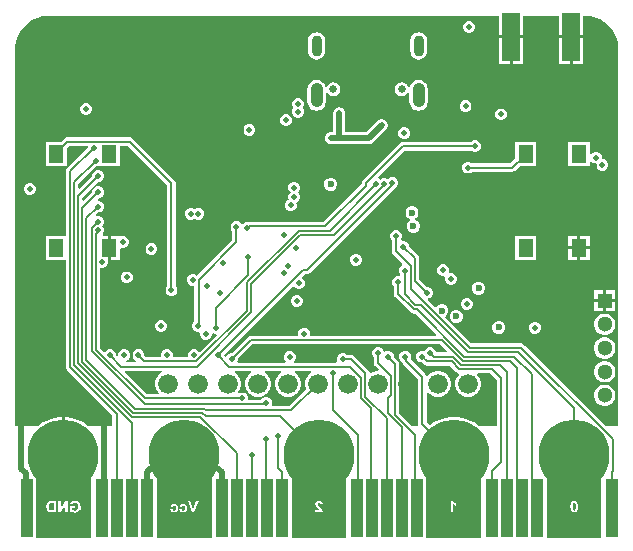
<source format=gbl>
G04*
G04 #@! TF.GenerationSoftware,Altium Limited,Altium Designer,24.2.2 (26)*
G04*
G04 Layer_Physical_Order=4*
G04 Layer_Color=16711680*
%FSLAX43Y43*%
%MOMM*%
G71*
G04*
G04 #@! TF.SameCoordinates,2AC63C8A-DCE0-4101-9F66-5B6E7EFFEEA9*
G04*
G04*
G04 #@! TF.FilePolarity,Positive*
G04*
G01*
G75*
%ADD12C,0.200*%
%ADD13C,0.254*%
%ADD36R,1.000X5.000*%
%ADD68R,1.524X4.064*%
%ADD70C,0.300*%
%ADD71C,0.500*%
%ADD76O,1.050X2.100*%
%ADD77O,0.900X1.800*%
%ADD78C,0.650*%
%ADD79C,1.676*%
%ADD80C,1.300*%
%ADD81R,1.300X1.300*%
%ADD82C,6.000*%
%ADD83C,0.500*%
%ADD84C,0.600*%
%ADD86C,0.508*%
%ADD87R,1.300X1.550*%
G36*
X49056Y44093D02*
X49415Y43996D01*
X49760Y43854D01*
X50082Y43668D01*
X50378Y43441D01*
X50641Y43177D01*
X50868Y42882D01*
X51054Y42559D01*
X51196Y42215D01*
X51293Y41855D01*
X51342Y41486D01*
Y41300D01*
X51342Y41300D01*
X51341Y41299D01*
X51342Y9400D01*
X50246D01*
X43343Y16302D01*
X43228Y16380D01*
X43091Y16407D01*
X38898D01*
X36682Y18623D01*
X36701Y18719D01*
X36855Y18873D01*
X36939Y19075D01*
Y19294D01*
X36855Y19496D01*
X36701Y19651D01*
X36498Y19735D01*
X36280D01*
X36077Y19651D01*
X35923Y19496D01*
X35827Y19477D01*
X35222Y20083D01*
X35259Y20225D01*
X35383Y20276D01*
X35524Y20417D01*
X35600Y20601D01*
Y20799D01*
X35524Y20983D01*
X35383Y21124D01*
X35199Y21200D01*
X35105D01*
X34461Y21844D01*
Y23619D01*
X34434Y23756D01*
X34356Y23871D01*
X33608Y24620D01*
Y24714D01*
X33532Y24898D01*
X33391Y25039D01*
X33208Y25115D01*
X33009D01*
X32997Y25110D01*
X32925Y25215D01*
X32924Y25217D01*
X33000Y25401D01*
Y25599D01*
X32924Y25783D01*
X32783Y25924D01*
X32599Y26000D01*
X32401D01*
X32217Y25924D01*
X32076Y25783D01*
X32000Y25599D01*
Y25401D01*
X32076Y25217D01*
X32143Y25150D01*
Y24200D01*
X32170Y24063D01*
X32248Y23948D01*
X33055Y23141D01*
X33030Y23016D01*
X32971Y22992D01*
X32830Y22851D01*
X32754Y22667D01*
Y22468D01*
X32830Y22285D01*
X32841Y22274D01*
X32828Y22119D01*
X32799Y22100D01*
X32601D01*
X32417Y22024D01*
X32276Y21883D01*
X32200Y21699D01*
Y21501D01*
X32276Y21317D01*
X32343Y21250D01*
Y20600D01*
X32370Y20463D01*
X32448Y20348D01*
X33748Y19048D01*
X33863Y18970D01*
X34000Y18943D01*
X34152D01*
X35921Y17174D01*
X35873Y17057D01*
X25313D01*
X25250Y17151D01*
Y17349D01*
X25174Y17533D01*
X25033Y17674D01*
X24849Y17750D01*
X24651D01*
X24467Y17674D01*
X24326Y17533D01*
X24250Y17349D01*
Y17151D01*
X24187Y17057D01*
X20200D01*
X20063Y17030D01*
X19948Y16952D01*
X18595Y15600D01*
X18501D01*
X18317Y15524D01*
X18176Y15383D01*
X18145Y15309D01*
X18021Y15284D01*
X17905Y15400D01*
X23750Y21245D01*
X23875Y21221D01*
X23876Y21217D01*
X24017Y21076D01*
X24201Y21000D01*
X24399D01*
X24583Y21076D01*
X24724Y21217D01*
X24800Y21401D01*
Y21599D01*
X24724Y21783D01*
X24583Y21924D01*
X24579Y21925D01*
X24555Y22050D01*
X24794Y22290D01*
X24954D01*
X25090Y22317D01*
X25206Y22394D01*
X32320Y29509D01*
X32483Y29576D01*
X32624Y29717D01*
X32700Y29901D01*
Y30099D01*
X32624Y30283D01*
X32483Y30424D01*
X32299Y30500D01*
X32101D01*
X31917Y30424D01*
X31800Y30307D01*
X31783Y30324D01*
X31599Y30400D01*
X31401D01*
X31217Y30324D01*
X31175Y30282D01*
X31133Y30324D01*
X31045Y30361D01*
X31015Y30510D01*
X33248Y32743D01*
X38850D01*
X38917Y32676D01*
X39101Y32600D01*
X39299D01*
X39483Y32676D01*
X39624Y32817D01*
X39700Y33001D01*
Y33199D01*
X39624Y33383D01*
X39483Y33524D01*
X39299Y33600D01*
X39101D01*
X38917Y33524D01*
X38850Y33457D01*
X33100D01*
X32963Y33430D01*
X32848Y33352D01*
X29726Y30231D01*
X29649Y30115D01*
X29622Y29979D01*
Y29927D01*
X26368Y26673D01*
X20097D01*
X20075Y26669D01*
X19999Y26700D01*
X19801D01*
X19617Y26624D01*
X19551Y26558D01*
X19425Y26533D01*
X19392Y26565D01*
X19283Y26674D01*
X19099Y26750D01*
X18901D01*
X18717Y26674D01*
X18576Y26533D01*
X18500Y26349D01*
Y26151D01*
X18576Y25967D01*
X18643Y25900D01*
Y25155D01*
X15648Y22159D01*
X15583Y22224D01*
X15399Y22300D01*
X15201D01*
X15017Y22224D01*
X14876Y22083D01*
X14800Y21899D01*
Y21701D01*
X14876Y21517D01*
X15017Y21376D01*
X15201Y21300D01*
X15399D01*
X15443Y21271D01*
Y18300D01*
X15326Y18183D01*
X15250Y17999D01*
Y17800D01*
X15326Y17617D01*
X15467Y17476D01*
X15651Y17400D01*
X15804D01*
X15887Y17313D01*
X15900Y17283D01*
Y17101D01*
X15976Y16917D01*
X16117Y16776D01*
X16301Y16700D01*
X16499D01*
X16683Y16776D01*
X16824Y16917D01*
X16900Y17101D01*
Y17227D01*
X16900Y17227D01*
X17026Y17302D01*
X17151Y17250D01*
X17273D01*
X17325Y17123D01*
X15875Y15673D01*
X15824Y15683D01*
X15683Y15824D01*
X15499Y15900D01*
X15301D01*
X15117Y15824D01*
X14976Y15683D01*
X14900Y15499D01*
Y15301D01*
X14871Y15257D01*
X13629D01*
X13600Y15301D01*
Y15499D01*
X13524Y15683D01*
X13383Y15824D01*
X13199Y15900D01*
X13001D01*
X12817Y15824D01*
X12676Y15683D01*
X12600Y15499D01*
Y15301D01*
X12571Y15257D01*
X11348D01*
X11200Y15405D01*
Y15499D01*
X11124Y15683D01*
X10983Y15824D01*
X10799Y15900D01*
X10601D01*
X10417Y15824D01*
X10276Y15683D01*
X10200Y15499D01*
Y15301D01*
X10276Y15117D01*
X10417Y14976D01*
X10519Y14934D01*
X10494Y14807D01*
X9706D01*
X9681Y14934D01*
X9783Y14976D01*
X9924Y15117D01*
X10000Y15301D01*
Y15499D01*
X9924Y15683D01*
X9783Y15824D01*
X9599Y15900D01*
X9401D01*
X9217Y15824D01*
X9076Y15683D01*
X9000Y15499D01*
Y15408D01*
X8884Y15358D01*
X8800Y15425D01*
Y15499D01*
X8724Y15683D01*
X8583Y15824D01*
X8399Y15900D01*
X8201D01*
X8017Y15824D01*
X7876Y15683D01*
X7825Y15673D01*
X7457Y16041D01*
Y22771D01*
X7501Y22800D01*
X7699D01*
X7883Y22876D01*
X8024Y23017D01*
X8100Y23201D01*
Y23399D01*
X8125Y23437D01*
Y24525D01*
Y25550D01*
X7737D01*
X7684Y25677D01*
X7724Y25717D01*
X7800Y25901D01*
Y26099D01*
X7724Y26283D01*
X7657Y26350D01*
X7724Y26417D01*
X7800Y26601D01*
Y26799D01*
X7724Y26983D01*
X7583Y27124D01*
X7399Y27200D01*
X7201D01*
X7173Y27188D01*
X7101Y27296D01*
X7305Y27500D01*
X7399D01*
X7583Y27576D01*
X7724Y27717D01*
X7800Y27901D01*
Y28099D01*
X7724Y28283D01*
X7583Y28424D01*
X7399Y28500D01*
X7308D01*
X7258Y28616D01*
X7325Y28700D01*
X7399D01*
X7583Y28776D01*
X7724Y28917D01*
X7800Y29101D01*
Y29299D01*
X7724Y29483D01*
X7583Y29624D01*
X7399Y29700D01*
X7201D01*
X7017Y29624D01*
X6876Y29483D01*
X6800Y29299D01*
Y29205D01*
X6074Y28479D01*
X5957Y28527D01*
Y28752D01*
X7305Y30100D01*
X7399D01*
X7583Y30176D01*
X7724Y30317D01*
X7800Y30501D01*
Y30699D01*
X7724Y30883D01*
X7583Y31024D01*
X7399Y31100D01*
X7201D01*
X7017Y31024D01*
X6876Y30883D01*
X6800Y30699D01*
Y30605D01*
X5724Y29529D01*
X5607Y29577D01*
Y29902D01*
X7105Y31400D01*
X7199D01*
X7339Y31458D01*
X7350Y31450D01*
Y31450D01*
X9150D01*
Y33143D01*
X9852D01*
X13143Y29852D01*
Y21250D01*
X13076Y21183D01*
X13000Y20999D01*
Y20801D01*
X13076Y20617D01*
X13217Y20476D01*
X13401Y20400D01*
X13599D01*
X13783Y20476D01*
X13924Y20617D01*
X14000Y20801D01*
Y20999D01*
X13924Y21183D01*
X13857Y21250D01*
Y30000D01*
X13830Y30137D01*
X13752Y30252D01*
X10252Y33752D01*
X10137Y33830D01*
X10000Y33857D01*
X4650D01*
X4513Y33830D01*
X4398Y33752D01*
X4145Y33500D01*
X2850D01*
Y31450D01*
X4650D01*
Y32995D01*
X4798Y33143D01*
X6371D01*
X6400Y33099D01*
Y33005D01*
X4648Y31252D01*
X4570Y31137D01*
X4543Y31000D01*
Y25550D01*
X2850D01*
Y23500D01*
X4543D01*
Y14430D01*
X4570Y14294D01*
X4648Y14178D01*
X8498Y10327D01*
Y9400D01*
X6501D01*
X6472Y9429D01*
X6058Y9730D01*
X5603Y9962D01*
X5116Y10120D01*
X4611Y10200D01*
X4480D01*
Y6950D01*
X4230D01*
Y10200D01*
X4099D01*
X3594Y10120D01*
X3107Y9962D01*
X2652Y9730D01*
X2238Y9429D01*
X2209Y9400D01*
X258D01*
X258Y41386D01*
X259Y41394D01*
X259Y41403D01*
X261Y41412D01*
X268Y41593D01*
X328Y41951D01*
X434Y42299D01*
X582Y42630D01*
X772Y42939D01*
X1000Y43222D01*
X1261Y43474D01*
X1553Y43690D01*
X1870Y43868D01*
X2207Y44003D01*
X2558Y44095D01*
X2918Y44141D01*
X41248D01*
Y42493D01*
X43272D01*
Y44141D01*
X46328D01*
Y42493D01*
X48352D01*
Y44141D01*
X48686D01*
X49056Y44093D01*
D02*
G37*
G36*
X36826Y15774D02*
X36778Y15657D01*
X35900D01*
Y15699D01*
X35824Y15883D01*
X35683Y16024D01*
X35499Y16100D01*
X35301D01*
X35117Y16024D01*
X34976Y15883D01*
X34921Y15750D01*
X34799Y15800D01*
X34601D01*
X34417Y15724D01*
X34276Y15583D01*
X34200Y15399D01*
Y15201D01*
X34276Y15017D01*
X34417Y14876D01*
X34601Y14800D01*
X34695D01*
X34848Y14648D01*
X34963Y14570D01*
X35100Y14543D01*
X37067D01*
X37613Y13998D01*
X37729Y13920D01*
X37794Y13907D01*
X37836Y13770D01*
X37734Y13668D01*
X37591Y13420D01*
X37517Y13143D01*
Y12857D01*
X37591Y12580D01*
X37734Y12332D01*
X37937Y12129D01*
X38185Y11986D01*
X38462Y11912D01*
X38748D01*
X39025Y11986D01*
X39273Y12129D01*
X39476Y12332D01*
X39619Y12580D01*
X39693Y12857D01*
Y13143D01*
X39619Y13420D01*
X39476Y13668D01*
X39378Y13766D01*
X39430Y13893D01*
X40502D01*
X41043Y13352D01*
Y9400D01*
X39531D01*
X39502Y9429D01*
X39088Y9730D01*
X38633Y9962D01*
X38146Y10120D01*
X37641Y10200D01*
X37129D01*
X36624Y10120D01*
X36137Y9962D01*
X35682Y9730D01*
X35351Y9489D01*
X35107Y9733D01*
Y12240D01*
X35234Y12292D01*
X35397Y12129D01*
X35645Y11986D01*
X35922Y11912D01*
X36208D01*
X36485Y11986D01*
X36733Y12129D01*
X36936Y12332D01*
X37079Y12580D01*
X37153Y12857D01*
Y13143D01*
X37079Y13420D01*
X36936Y13668D01*
X36733Y13871D01*
X36485Y14014D01*
X36208Y14088D01*
X35922D01*
X35645Y14014D01*
X35397Y13871D01*
X35209Y13683D01*
X35140Y13682D01*
X35067Y13701D01*
X35002Y13797D01*
X33741Y15058D01*
X33800Y15201D01*
Y15399D01*
X33724Y15583D01*
X33583Y15724D01*
X33399Y15800D01*
X33201D01*
X33017Y15724D01*
X32876Y15583D01*
X32800Y15399D01*
Y15201D01*
X32876Y15017D01*
X33012Y14881D01*
X33028Y14801D01*
X33105Y14685D01*
X34393Y13397D01*
Y9585D01*
X34405Y9527D01*
X34312Y9400D01*
X33905D01*
X32784Y10521D01*
Y14666D01*
X32756Y14803D01*
X32679Y14918D01*
X32300Y15298D01*
Y15399D01*
X32224Y15583D01*
X32083Y15724D01*
X31899Y15800D01*
X31701D01*
X31517Y15724D01*
X31487Y15730D01*
X31424Y15883D01*
X31283Y16024D01*
X31099Y16100D01*
X30901D01*
X30717Y16024D01*
X30576Y15883D01*
X30500Y15699D01*
Y15501D01*
X30576Y15317D01*
X30643Y15250D01*
Y14750D01*
X30670Y14613D01*
X30748Y14498D01*
X31030Y14215D01*
X30978Y14088D01*
X30842D01*
X30565Y14014D01*
X30378Y13906D01*
X30371Y13905D01*
X30242Y13963D01*
X30240Y13966D01*
X30226Y14035D01*
X30149Y14151D01*
X28947Y15352D01*
X28832Y15430D01*
X28695Y15457D01*
X28350D01*
X28283Y15524D01*
X28099Y15600D01*
X27901D01*
X27717Y15524D01*
X27576Y15383D01*
X27500Y15199D01*
Y15001D01*
X27548Y14884D01*
X27470Y14757D01*
X23894D01*
X23841Y14884D01*
X23924Y14967D01*
X24000Y15151D01*
Y15349D01*
X23924Y15533D01*
X23783Y15674D01*
X23599Y15750D01*
X23401D01*
X23217Y15674D01*
X23076Y15533D01*
X23000Y15349D01*
Y15151D01*
X23076Y14967D01*
X23159Y14884D01*
X23106Y14757D01*
X19130D01*
X19052Y14884D01*
X19100Y15001D01*
Y15095D01*
X20348Y16343D01*
X36257D01*
X36826Y15774D01*
D02*
G37*
G36*
X12702Y13966D02*
X12537Y13871D01*
X12334Y13668D01*
X12191Y13420D01*
X12117Y13143D01*
Y12857D01*
X12191Y12580D01*
X12334Y12332D01*
X12432Y12234D01*
X12380Y12107D01*
X11391D01*
X9522Y13976D01*
X9570Y14093D01*
X12668D01*
X12702Y13966D01*
D02*
G37*
G36*
X25315Y13916D02*
X25237Y13871D01*
X25034Y13668D01*
X24891Y13420D01*
X24817Y13143D01*
Y12857D01*
X24891Y12580D01*
X24924Y12523D01*
X23507Y11107D01*
X22057D01*
X21972Y11234D01*
X22000Y11301D01*
Y11499D01*
X21924Y11683D01*
X21783Y11824D01*
X21599Y11900D01*
X21401D01*
X21217Y11824D01*
X21076Y11683D01*
X21044Y11607D01*
X20029D01*
X20000Y11651D01*
Y11849D01*
X19924Y12033D01*
X19783Y12174D01*
X19599Y12250D01*
X19401D01*
X19217Y12174D01*
X19184Y12181D01*
X19144Y12320D01*
X19156Y12332D01*
X19299Y12580D01*
X19373Y12857D01*
Y13143D01*
X19299Y13420D01*
X19156Y13668D01*
X18953Y13871D01*
X18875Y13916D01*
X18909Y14043D01*
X20201D01*
X20235Y13916D01*
X20157Y13871D01*
X19954Y13668D01*
X19811Y13420D01*
X19737Y13143D01*
Y12857D01*
X19811Y12580D01*
X19954Y12332D01*
X20157Y12129D01*
X20405Y11986D01*
X20682Y11912D01*
X20968D01*
X21245Y11986D01*
X21493Y12129D01*
X21696Y12332D01*
X21839Y12580D01*
X21913Y12857D01*
Y13143D01*
X21839Y13420D01*
X21696Y13668D01*
X21493Y13871D01*
X21415Y13916D01*
X21449Y14043D01*
X22741D01*
X22775Y13916D01*
X22697Y13871D01*
X22494Y13668D01*
X22351Y13420D01*
X22277Y13143D01*
Y12857D01*
X22351Y12580D01*
X22494Y12332D01*
X22697Y12129D01*
X22945Y11986D01*
X23222Y11912D01*
X23508D01*
X23785Y11986D01*
X24033Y12129D01*
X24236Y12332D01*
X24379Y12580D01*
X24453Y12857D01*
Y13143D01*
X24379Y13420D01*
X24236Y13668D01*
X24033Y13871D01*
X23955Y13916D01*
X23989Y14043D01*
X25281D01*
X25315Y13916D01*
D02*
G37*
G36*
X49900Y-40D02*
X45290D01*
Y5235D01*
X49900D01*
Y-40D01*
D02*
G37*
G36*
X39690D02*
X35080D01*
Y5235D01*
X39690D01*
Y-40D01*
D02*
G37*
G36*
X6660D02*
X2050D01*
Y5235D01*
X6660D01*
Y-40D01*
D02*
G37*
G36*
X16900D02*
X12290D01*
Y5235D01*
X16900D01*
Y-40D01*
D02*
G37*
G36*
X28310D02*
X23700D01*
Y5235D01*
X28310D01*
Y-40D01*
D02*
G37*
%LPC*%
G36*
X38799Y43700D02*
X38601D01*
X38417Y43624D01*
X38276Y43483D01*
X38200Y43299D01*
Y43101D01*
X38276Y42917D01*
X38417Y42776D01*
X38601Y42700D01*
X38799D01*
X38983Y42776D01*
X39124Y42917D01*
X39200Y43101D01*
Y43299D01*
X39124Y43483D01*
X38983Y43624D01*
X38799Y43700D01*
D02*
G37*
G36*
X34420Y42756D02*
X34237Y42732D01*
X34067Y42661D01*
X33921Y42549D01*
X33809Y42403D01*
X33738Y42233D01*
X33714Y42050D01*
Y41150D01*
X33738Y40967D01*
X33809Y40797D01*
X33921Y40651D01*
X34067Y40539D01*
X34237Y40468D01*
X34420Y40444D01*
X34603Y40468D01*
X34773Y40539D01*
X34919Y40651D01*
X35031Y40797D01*
X35102Y40967D01*
X35126Y41150D01*
Y42050D01*
X35102Y42233D01*
X35031Y42403D01*
X34919Y42549D01*
X34773Y42661D01*
X34603Y42732D01*
X34420Y42756D01*
D02*
G37*
G36*
X25780D02*
X25597Y42732D01*
X25427Y42661D01*
X25281Y42549D01*
X25169Y42403D01*
X25098Y42233D01*
X25074Y42050D01*
Y41150D01*
X25098Y40967D01*
X25169Y40797D01*
X25281Y40651D01*
X25427Y40539D01*
X25597Y40468D01*
X25780Y40444D01*
X25963Y40468D01*
X26133Y40539D01*
X26279Y40651D01*
X26391Y40797D01*
X26462Y40967D01*
X26486Y41150D01*
Y42050D01*
X26462Y42233D01*
X26391Y42403D01*
X26279Y42549D01*
X26133Y42661D01*
X25963Y42732D01*
X25780Y42756D01*
D02*
G37*
G36*
X48352Y42243D02*
X47465D01*
Y40086D01*
X48352D01*
Y42243D01*
D02*
G37*
G36*
X47215D02*
X46328D01*
Y40086D01*
X47215D01*
Y42243D01*
D02*
G37*
G36*
X43272D02*
X42385D01*
Y40086D01*
X43272D01*
Y42243D01*
D02*
G37*
G36*
X42135D02*
X41248D01*
Y40086D01*
X42135D01*
Y42243D01*
D02*
G37*
G36*
X34420Y38727D02*
X34218Y38700D01*
X34029Y38622D01*
X33867Y38498D01*
X33743Y38336D01*
X33665Y38147D01*
X33664Y38140D01*
X33535Y38136D01*
X33534Y38145D01*
X33406Y38336D01*
X33215Y38464D01*
X32990Y38508D01*
X32765Y38464D01*
X32574Y38336D01*
X32446Y38145D01*
X32402Y37920D01*
X32446Y37695D01*
X32574Y37504D01*
X32765Y37376D01*
X32990Y37332D01*
X33215Y37376D01*
X33406Y37504D01*
X33511Y37662D01*
X33638Y37623D01*
Y36895D01*
X33665Y36693D01*
X33743Y36504D01*
X33867Y36342D01*
X34029Y36218D01*
X34218Y36140D01*
X34420Y36113D01*
X34622Y36140D01*
X34811Y36218D01*
X34973Y36342D01*
X35097Y36504D01*
X35175Y36693D01*
X35202Y36895D01*
Y37945D01*
X35175Y38147D01*
X35097Y38336D01*
X34973Y38498D01*
X34811Y38622D01*
X34622Y38700D01*
X34420Y38727D01*
D02*
G37*
G36*
X25780D02*
X25578Y38700D01*
X25389Y38622D01*
X25227Y38498D01*
X25103Y38336D01*
X25025Y38147D01*
X24998Y37945D01*
Y36895D01*
X25025Y36693D01*
X25103Y36504D01*
X25227Y36342D01*
X25389Y36218D01*
X25578Y36140D01*
X25780Y36113D01*
X25982Y36140D01*
X26171Y36218D01*
X26333Y36342D01*
X26457Y36504D01*
X26535Y36693D01*
X26562Y36895D01*
Y37623D01*
X26689Y37662D01*
X26794Y37504D01*
X26985Y37376D01*
X27210Y37332D01*
X27435Y37376D01*
X27626Y37504D01*
X27754Y37695D01*
X27798Y37920D01*
X27754Y38145D01*
X27626Y38336D01*
X27435Y38464D01*
X27210Y38508D01*
X26985Y38464D01*
X26794Y38336D01*
X26666Y38145D01*
X26665Y38136D01*
X26536Y38140D01*
X26535Y38147D01*
X26457Y38336D01*
X26333Y38498D01*
X26171Y38622D01*
X25982Y38700D01*
X25780Y38727D01*
D02*
G37*
G36*
X38499Y37000D02*
X38301D01*
X38117Y36924D01*
X37976Y36783D01*
X37900Y36599D01*
Y36401D01*
X37976Y36217D01*
X38117Y36076D01*
X38301Y36000D01*
X38499D01*
X38683Y36076D01*
X38824Y36217D01*
X38900Y36401D01*
Y36599D01*
X38824Y36783D01*
X38683Y36924D01*
X38499Y37000D01*
D02*
G37*
G36*
X6349Y36750D02*
X6151D01*
X5967Y36674D01*
X5826Y36533D01*
X5750Y36349D01*
Y36151D01*
X5826Y35967D01*
X5967Y35826D01*
X6151Y35750D01*
X6349D01*
X6533Y35826D01*
X6674Y35967D01*
X6750Y36151D01*
Y36349D01*
X6674Y36533D01*
X6533Y36674D01*
X6349Y36750D01*
D02*
G37*
G36*
X24299Y37190D02*
X24101D01*
X23917Y37114D01*
X23776Y36973D01*
X23700Y36790D01*
Y36591D01*
X23776Y36407D01*
X23818Y36365D01*
X23776Y36323D01*
X23700Y36140D01*
Y35941D01*
X23776Y35757D01*
X23917Y35616D01*
X24101Y35540D01*
X24299D01*
X24483Y35616D01*
X24624Y35757D01*
X24700Y35941D01*
Y36140D01*
X24624Y36323D01*
X24582Y36365D01*
X24624Y36407D01*
X24700Y36591D01*
Y36790D01*
X24624Y36973D01*
X24483Y37114D01*
X24299Y37190D01*
D02*
G37*
G36*
X41499Y36300D02*
X41301D01*
X41117Y36224D01*
X40976Y36083D01*
X40900Y35899D01*
Y35701D01*
X40976Y35517D01*
X41117Y35376D01*
X41301Y35300D01*
X41499D01*
X41683Y35376D01*
X41824Y35517D01*
X41900Y35701D01*
Y35899D01*
X41824Y36083D01*
X41683Y36224D01*
X41499Y36300D01*
D02*
G37*
G36*
X23299Y35800D02*
X23101D01*
X22917Y35724D01*
X22776Y35583D01*
X22700Y35399D01*
Y35201D01*
X22776Y35017D01*
X22917Y34876D01*
X23101Y34800D01*
X23299D01*
X23483Y34876D01*
X23624Y35017D01*
X23700Y35201D01*
Y35399D01*
X23624Y35583D01*
X23483Y35724D01*
X23299Y35800D01*
D02*
G37*
G36*
X20199Y35000D02*
X20001D01*
X19817Y34924D01*
X19676Y34783D01*
X19600Y34599D01*
Y34401D01*
X19676Y34217D01*
X19817Y34076D01*
X20001Y34000D01*
X20199D01*
X20383Y34076D01*
X20524Y34217D01*
X20600Y34401D01*
Y34599D01*
X20524Y34783D01*
X20383Y34924D01*
X20199Y35000D01*
D02*
G37*
G36*
X33299Y34700D02*
X33101D01*
X32917Y34624D01*
X32776Y34483D01*
X32700Y34299D01*
Y34101D01*
X32776Y33917D01*
X32917Y33776D01*
X33101Y33700D01*
X33299D01*
X33483Y33776D01*
X33624Y33917D01*
X33700Y34101D01*
Y34299D01*
X33624Y34483D01*
X33483Y34624D01*
X33299Y34700D01*
D02*
G37*
G36*
X27700Y36410D02*
X27651Y36400D01*
X27601D01*
X27554Y36381D01*
X27505Y36371D01*
X27463Y36343D01*
X27417Y36324D01*
X27381Y36288D01*
X27340Y36260D01*
X27312Y36219D01*
X27276Y36183D01*
X27257Y36137D01*
X27229Y36095D01*
X27219Y36046D01*
X27200Y35999D01*
Y35949D01*
X27190Y35900D01*
Y34310D01*
X27000D01*
X26951Y34300D01*
X26901D01*
X26854Y34281D01*
X26805Y34271D01*
X26763Y34243D01*
X26717Y34224D01*
X26681Y34188D01*
X26640Y34160D01*
X26612Y34119D01*
X26576Y34083D01*
X26557Y34037D01*
X26529Y33995D01*
X26519Y33946D01*
X26500Y33899D01*
Y33849D01*
X26490Y33800D01*
X26500Y33751D01*
Y33701D01*
X26519Y33654D01*
X26529Y33605D01*
X26557Y33563D01*
X26576Y33517D01*
X26612Y33481D01*
X26640Y33440D01*
X26681Y33412D01*
X26717Y33376D01*
X26763Y33357D01*
X26805Y33329D01*
X26854Y33319D01*
X26901Y33300D01*
X26951D01*
X27000Y33290D01*
X30200D01*
X30395Y33329D01*
X30560Y33440D01*
X31660Y34540D01*
X31688Y34581D01*
X31724Y34617D01*
X31743Y34663D01*
X31771Y34705D01*
X31781Y34754D01*
X31800Y34801D01*
Y34851D01*
X31810Y34900D01*
X31800Y34949D01*
Y34999D01*
X31781Y35046D01*
X31771Y35095D01*
X31743Y35137D01*
X31724Y35183D01*
X31688Y35219D01*
X31660Y35260D01*
X31619Y35288D01*
X31583Y35324D01*
X31537Y35343D01*
X31495Y35371D01*
X31446Y35381D01*
X31399Y35400D01*
X31349D01*
X31300Y35410D01*
X31251Y35400D01*
X31201D01*
X31154Y35381D01*
X31105Y35371D01*
X31063Y35343D01*
X31017Y35324D01*
X30981Y35288D01*
X30940Y35260D01*
X29989Y34310D01*
X28210D01*
Y35900D01*
X28200Y35949D01*
Y35999D01*
X28181Y36046D01*
X28171Y36095D01*
X28143Y36137D01*
X28124Y36183D01*
X28088Y36219D01*
X28060Y36260D01*
X28019Y36288D01*
X27983Y36324D01*
X27937Y36343D01*
X27895Y36371D01*
X27846Y36381D01*
X27799Y36400D01*
X27749D01*
X27700Y36410D01*
D02*
G37*
G36*
X44400Y33500D02*
X42600D01*
Y32071D01*
X42573Y32052D01*
X42177Y31657D01*
X38950D01*
X38883Y31724D01*
X38699Y31800D01*
X38501D01*
X38317Y31724D01*
X38176Y31583D01*
X38100Y31399D01*
Y31201D01*
X38176Y31017D01*
X38317Y30876D01*
X38501Y30800D01*
X38699D01*
X38883Y30876D01*
X38950Y30943D01*
X42325D01*
X42462Y30970D01*
X42577Y31048D01*
X42978Y31449D01*
X42984Y31450D01*
X44400D01*
Y33500D01*
D02*
G37*
G36*
X48900D02*
X47100D01*
Y31450D01*
X48900D01*
Y31804D01*
X48906Y31808D01*
X49027Y31843D01*
X49142Y31728D01*
X49325Y31652D01*
X49460D01*
X49485Y31615D01*
Y31416D01*
X49561Y31232D01*
X49702Y31092D01*
X49885Y31015D01*
X50084D01*
X50268Y31092D01*
X50409Y31232D01*
X50485Y31416D01*
Y31615D01*
X50409Y31799D01*
X50268Y31939D01*
X50084Y32015D01*
X49950D01*
X49925Y32053D01*
Y32251D01*
X49849Y32435D01*
X49708Y32576D01*
X49524Y32652D01*
X49325D01*
X49142Y32576D01*
X49027Y32461D01*
X48906Y32496D01*
X48900Y32500D01*
Y33500D01*
D02*
G37*
G36*
X27109Y30450D02*
X26891D01*
X26688Y30366D01*
X26534Y30212D01*
X26450Y30009D01*
Y29791D01*
X26534Y29588D01*
X26688Y29434D01*
X26891Y29350D01*
X27109D01*
X27312Y29434D01*
X27466Y29588D01*
X27550Y29791D01*
Y30009D01*
X27466Y30212D01*
X27312Y30366D01*
X27109Y30450D01*
D02*
G37*
G36*
X1599Y30000D02*
X1401D01*
X1217Y29924D01*
X1076Y29783D01*
X1000Y29599D01*
Y29401D01*
X1076Y29217D01*
X1217Y29076D01*
X1401Y29000D01*
X1599D01*
X1783Y29076D01*
X1924Y29217D01*
X2000Y29401D01*
Y29599D01*
X1924Y29783D01*
X1783Y29924D01*
X1599Y30000D01*
D02*
G37*
G36*
X15874Y27900D02*
X15676D01*
X15492Y27824D01*
X15450Y27782D01*
X15408Y27824D01*
X15224Y27900D01*
X15026D01*
X14842Y27824D01*
X14701Y27683D01*
X14625Y27499D01*
Y27301D01*
X14701Y27117D01*
X14842Y26976D01*
X15026Y26900D01*
X15224D01*
X15408Y26976D01*
X15450Y27018D01*
X15492Y26976D01*
X15676Y26900D01*
X15874D01*
X16058Y26976D01*
X16199Y27117D01*
X16275Y27301D01*
Y27499D01*
X16199Y27683D01*
X16058Y27824D01*
X15874Y27900D01*
D02*
G37*
G36*
X23999Y30100D02*
X23801D01*
X23617Y30024D01*
X23476Y29883D01*
X23400Y29699D01*
Y29501D01*
X23476Y29317D01*
X23593Y29200D01*
X23476Y29083D01*
X23400Y28899D01*
Y28701D01*
X23450Y28579D01*
X23317Y28524D01*
X23176Y28383D01*
X23100Y28199D01*
Y28001D01*
X23176Y27817D01*
X23317Y27676D01*
X23501Y27600D01*
X23699D01*
X23883Y27676D01*
X24024Y27817D01*
X24100Y28001D01*
Y28199D01*
X24050Y28321D01*
X24183Y28376D01*
X24324Y28517D01*
X24400Y28701D01*
Y28899D01*
X24324Y29083D01*
X24207Y29200D01*
X24324Y29317D01*
X24400Y29501D01*
Y29699D01*
X24324Y29883D01*
X24183Y30024D01*
X23999Y30100D01*
D02*
G37*
G36*
X33973Y28041D02*
X33754D01*
X33552Y27958D01*
X33397Y27803D01*
X33313Y27601D01*
Y27382D01*
X33397Y27180D01*
X33552Y27025D01*
X33694Y26966D01*
Y26829D01*
X33663Y26816D01*
X33509Y26662D01*
X33425Y26459D01*
Y26241D01*
X33509Y26038D01*
X33663Y25884D01*
X33866Y25800D01*
X34084D01*
X34286Y25884D01*
X34441Y26038D01*
X34525Y26241D01*
Y26459D01*
X34441Y26662D01*
X34286Y26816D01*
X34144Y26875D01*
Y27013D01*
X34175Y27025D01*
X34330Y27180D01*
X34413Y27382D01*
Y27601D01*
X34330Y27803D01*
X34175Y27958D01*
X33973Y28041D01*
D02*
G37*
G36*
X48900Y25550D02*
X48125D01*
Y24650D01*
X48900D01*
Y25550D01*
D02*
G37*
G36*
X47875D02*
X47100D01*
Y24650D01*
X47875D01*
Y25550D01*
D02*
G37*
G36*
X9150Y25550D02*
Y25550D01*
X8375D01*
Y24525D01*
Y23500D01*
X9150D01*
Y24448D01*
X9256Y24519D01*
X9301Y24500D01*
X9499D01*
X9683Y24576D01*
X9824Y24717D01*
X9900Y24901D01*
Y25099D01*
X9824Y25283D01*
X9683Y25424D01*
X9499Y25500D01*
X9301D01*
X9254Y25481D01*
X9150Y25550D01*
D02*
G37*
G36*
X11899Y24900D02*
X11701D01*
X11517Y24824D01*
X11376Y24683D01*
X11300Y24499D01*
Y24301D01*
X11376Y24117D01*
X11517Y23976D01*
X11701Y23900D01*
X11899D01*
X12083Y23976D01*
X12224Y24117D01*
X12300Y24301D01*
Y24499D01*
X12224Y24683D01*
X12083Y24824D01*
X11899Y24900D01*
D02*
G37*
G36*
X48900Y24400D02*
X48125D01*
Y23500D01*
X48900D01*
Y24400D01*
D02*
G37*
G36*
X47875D02*
X47100D01*
Y23500D01*
X47875D01*
Y24400D01*
D02*
G37*
G36*
X44400Y25550D02*
X42600D01*
Y23500D01*
X44400D01*
Y25550D01*
D02*
G37*
G36*
X29199Y24000D02*
X29001D01*
X28817Y23924D01*
X28676Y23783D01*
X28600Y23599D01*
Y23401D01*
X28676Y23217D01*
X28817Y23076D01*
X29001Y23000D01*
X29199D01*
X29383Y23076D01*
X29524Y23217D01*
X29600Y23401D01*
Y23599D01*
X29524Y23783D01*
X29383Y23924D01*
X29199Y24000D01*
D02*
G37*
G36*
X9799Y22500D02*
X9601D01*
X9417Y22424D01*
X9276Y22283D01*
X9200Y22099D01*
Y21901D01*
X9276Y21717D01*
X9417Y21576D01*
X9601Y21500D01*
X9799D01*
X9983Y21576D01*
X10124Y21717D01*
X10200Y21901D01*
Y22099D01*
X10124Y22283D01*
X9983Y22424D01*
X9799Y22500D01*
D02*
G37*
G36*
X36595Y23100D02*
X36397D01*
X36213Y23024D01*
X36072Y22883D01*
X35996Y22699D01*
Y22501D01*
X36072Y22317D01*
X36213Y22176D01*
X36397Y22100D01*
X36595D01*
X36598Y22101D01*
X36695Y22004D01*
X36678Y21962D01*
Y21763D01*
X36754Y21579D01*
X36894Y21439D01*
X37078Y21363D01*
X37277D01*
X37461Y21439D01*
X37602Y21579D01*
X37678Y21763D01*
Y21962D01*
X37602Y22146D01*
X37461Y22287D01*
X37277Y22363D01*
X37078D01*
X37076Y22362D01*
X36979Y22459D01*
X36996Y22501D01*
Y22699D01*
X36920Y22883D01*
X36779Y23024D01*
X36595Y23100D01*
D02*
G37*
G36*
X39609Y21650D02*
X39391D01*
X39188Y21566D01*
X39034Y21412D01*
X38950Y21209D01*
Y20991D01*
X39034Y20788D01*
X39188Y20634D01*
X39391Y20550D01*
X39609D01*
X39812Y20634D01*
X39966Y20788D01*
X40050Y20991D01*
Y21209D01*
X39966Y21412D01*
X39812Y21566D01*
X39609Y21650D01*
D02*
G37*
G36*
X51075Y20925D02*
X50300D01*
Y20150D01*
X51075D01*
Y20925D01*
D02*
G37*
G36*
X50050D02*
X49275D01*
Y20150D01*
X50050D01*
Y20925D01*
D02*
G37*
G36*
X24199Y20500D02*
X24001D01*
X23817Y20424D01*
X23676Y20283D01*
X23600Y20099D01*
Y19901D01*
X23676Y19717D01*
X23817Y19576D01*
X24001Y19500D01*
X24199D01*
X24383Y19576D01*
X24524Y19717D01*
X24600Y19901D01*
Y20099D01*
X24524Y20283D01*
X24383Y20424D01*
X24199Y20500D01*
D02*
G37*
G36*
X38599Y20250D02*
X38401D01*
X38217Y20174D01*
X38076Y20033D01*
X38000Y19849D01*
Y19651D01*
X38076Y19467D01*
X38217Y19326D01*
X38401Y19250D01*
X38599D01*
X38783Y19326D01*
X38924Y19467D01*
X39000Y19651D01*
Y19849D01*
X38924Y20033D01*
X38783Y20174D01*
X38599Y20250D01*
D02*
G37*
G36*
X51075Y19900D02*
X50300D01*
Y19125D01*
X51075D01*
Y19900D01*
D02*
G37*
G36*
X50050D02*
X49275D01*
Y19125D01*
X50050D01*
Y19900D01*
D02*
G37*
G36*
X37709Y19250D02*
X37491D01*
X37288Y19166D01*
X37134Y19012D01*
X37050Y18809D01*
Y18591D01*
X37134Y18388D01*
X37288Y18234D01*
X37491Y18150D01*
X37709D01*
X37912Y18234D01*
X38066Y18388D01*
X38150Y18591D01*
Y18809D01*
X38066Y19012D01*
X37912Y19166D01*
X37709Y19250D01*
D02*
G37*
G36*
X12699Y18400D02*
X12501D01*
X12317Y18324D01*
X12176Y18183D01*
X12100Y17999D01*
Y17801D01*
X12176Y17617D01*
X12317Y17476D01*
X12501Y17400D01*
X12699D01*
X12883Y17476D01*
X13024Y17617D01*
X13100Y17801D01*
Y17999D01*
X13024Y18183D01*
X12883Y18324D01*
X12699Y18400D01*
D02*
G37*
G36*
X44349Y18250D02*
X44151D01*
X43967Y18174D01*
X43826Y18033D01*
X43750Y17849D01*
Y17651D01*
X43826Y17467D01*
X43967Y17326D01*
X44151Y17250D01*
X44349D01*
X44533Y17326D01*
X44674Y17467D01*
X44750Y17651D01*
Y17849D01*
X44674Y18033D01*
X44533Y18174D01*
X44349Y18250D01*
D02*
G37*
G36*
X41335Y18320D02*
X41116D01*
X40914Y18236D01*
X40759Y18082D01*
X40675Y17880D01*
Y17661D01*
X40759Y17459D01*
X40914Y17304D01*
X41116Y17220D01*
X41335D01*
X41537Y17304D01*
X41691Y17459D01*
X41775Y17661D01*
Y17880D01*
X41691Y18082D01*
X41537Y18236D01*
X41335Y18320D01*
D02*
G37*
G36*
X50293Y18925D02*
X50057D01*
X49828Y18864D01*
X49622Y18745D01*
X49455Y18578D01*
X49336Y18372D01*
X49275Y18143D01*
Y17907D01*
X49336Y17678D01*
X49455Y17472D01*
X49622Y17305D01*
X49828Y17186D01*
X50057Y17125D01*
X50293D01*
X50522Y17186D01*
X50728Y17305D01*
X50895Y17472D01*
X51014Y17678D01*
X51075Y17907D01*
Y18143D01*
X51014Y18372D01*
X50895Y18578D01*
X50728Y18745D01*
X50522Y18864D01*
X50293Y18925D01*
D02*
G37*
G36*
Y16925D02*
X50057D01*
X49828Y16864D01*
X49622Y16745D01*
X49455Y16578D01*
X49336Y16372D01*
X49275Y16143D01*
Y15907D01*
X49336Y15678D01*
X49455Y15472D01*
X49622Y15305D01*
X49828Y15186D01*
X50057Y15125D01*
X50293D01*
X50522Y15186D01*
X50728Y15305D01*
X50895Y15472D01*
X51014Y15678D01*
X51075Y15907D01*
Y16143D01*
X51014Y16372D01*
X50895Y16578D01*
X50728Y16745D01*
X50522Y16864D01*
X50293Y16925D01*
D02*
G37*
G36*
Y14925D02*
X50057D01*
X49828Y14864D01*
X49622Y14745D01*
X49455Y14578D01*
X49336Y14372D01*
X49275Y14143D01*
Y13907D01*
X49336Y13678D01*
X49455Y13472D01*
X49622Y13305D01*
X49828Y13186D01*
X50057Y13125D01*
X50293D01*
X50522Y13186D01*
X50728Y13305D01*
X50895Y13472D01*
X51014Y13678D01*
X51075Y13907D01*
Y14143D01*
X51014Y14372D01*
X50895Y14578D01*
X50728Y14745D01*
X50522Y14864D01*
X50293Y14925D01*
D02*
G37*
G36*
Y12925D02*
X50057D01*
X49828Y12864D01*
X49622Y12745D01*
X49455Y12578D01*
X49336Y12372D01*
X49275Y12143D01*
Y11907D01*
X49336Y11678D01*
X49455Y11472D01*
X49622Y11305D01*
X49828Y11186D01*
X50057Y11125D01*
X50293D01*
X50522Y11186D01*
X50728Y11305D01*
X50895Y11472D01*
X51014Y11678D01*
X51075Y11907D01*
Y12143D01*
X51014Y12372D01*
X50895Y12578D01*
X50728Y12745D01*
X50522Y12864D01*
X50293Y12925D01*
D02*
G37*
G36*
X47912Y3096D02*
X47278D01*
D01*
X47589D01*
X47582Y3095D01*
X47572Y3094D01*
X47560Y3093D01*
X47546Y3091D01*
X47531Y3088D01*
X47514Y3083D01*
X47497Y3078D01*
X47479Y3072D01*
X47460Y3063D01*
X47442Y3053D01*
X47424Y3042D01*
X47406Y3028D01*
X47389Y3012D01*
X47374Y2995D01*
X47373Y2993D01*
X47370Y2989D01*
X47365Y2982D01*
X47359Y2972D01*
X47352Y2958D01*
X47343Y2942D01*
X47335Y2923D01*
X47326Y2900D01*
X47317Y2874D01*
X47309Y2845D01*
X47304Y2829D01*
X47300Y2812D01*
X47297Y2795D01*
X47293Y2776D01*
X47290Y2757D01*
X47287Y2737D01*
X47284Y2715D01*
X47282Y2693D01*
X47281Y2671D01*
X47279Y2647D01*
X47278Y2622D01*
Y2578D01*
X47279Y2571D01*
Y2561D01*
X47280Y2552D01*
X47281Y2541D01*
Y2529D01*
X47283Y2503D01*
X47287Y2474D01*
X47290Y2444D01*
X47295Y2412D01*
X47302Y2379D01*
X47309Y2345D01*
X47319Y2313D01*
X47330Y2282D01*
X47342Y2251D01*
X47358Y2224D01*
X47366Y2211D01*
X47375Y2199D01*
X47375Y2199D01*
X47378Y2195D01*
X47383Y2190D01*
X47389Y2184D01*
X47397Y2177D01*
X47407Y2168D01*
X47419Y2159D01*
X47431Y2150D01*
X47447Y2140D01*
X47463Y2131D01*
X47481Y2123D01*
X47501Y2115D01*
X47522Y2109D01*
X47545Y2104D01*
X47569Y2101D01*
X47595Y2100D01*
X47278D01*
X47912D01*
Y2617D01*
X47911Y2625D01*
Y2634D01*
X47910Y2644D01*
X47909Y2655D01*
Y2666D01*
X47907Y2693D01*
X47904Y2721D01*
X47900Y2752D01*
X47895Y2784D01*
X47888Y2817D01*
X47880Y2850D01*
X47871Y2882D01*
X47860Y2914D01*
X47847Y2944D01*
X47833Y2971D01*
X47825Y2984D01*
X47816Y2995D01*
X47815Y2996D01*
X47813Y3000D01*
X47808Y3005D01*
X47802Y3011D01*
X47793Y3019D01*
X47784Y3028D01*
X47772Y3036D01*
X47759Y3046D01*
X47744Y3055D01*
X47727Y3064D01*
X47710Y3072D01*
X47690Y3080D01*
X47668Y3087D01*
X47645Y3092D01*
X47622Y3095D01*
X47595Y3096D01*
X47912D01*
D02*
G37*
%LPD*%
G36*
X47607Y2940D02*
X47616Y2939D01*
X47625Y2936D01*
X47635Y2932D01*
X47646Y2927D01*
X47656Y2919D01*
X47657Y2918D01*
X47660Y2915D01*
X47666Y2909D01*
X47672Y2902D01*
X47678Y2891D01*
X47685Y2877D01*
X47692Y2861D01*
X47698Y2841D01*
Y2841D01*
X47699Y2838D01*
X47699Y2834D01*
X47700Y2827D01*
X47702Y2819D01*
X47704Y2809D01*
X47705Y2797D01*
X47707Y2784D01*
X47709Y2768D01*
X47710Y2750D01*
X47712Y2730D01*
X47714Y2708D01*
X47715Y2683D01*
X47715Y2657D01*
X47716Y2628D01*
Y2597D01*
Y2596D01*
Y2595D01*
Y2593D01*
Y2589D01*
Y2581D01*
Y2569D01*
X47715Y2556D01*
Y2539D01*
X47715Y2522D01*
X47714Y2503D01*
X47712Y2464D01*
X47710Y2444D01*
X47710Y2425D01*
X47707Y2407D01*
X47705Y2390D01*
X47702Y2375D01*
X47699Y2361D01*
Y2360D01*
X47699Y2358D01*
X47698Y2355D01*
X47696Y2351D01*
X47694Y2346D01*
X47693Y2340D01*
X47688Y2326D01*
X47681Y2312D01*
X47673Y2298D01*
X47665Y2286D01*
X47660Y2280D01*
X47655Y2276D01*
X47655Y2275D01*
X47650Y2272D01*
X47645Y2269D01*
X47638Y2265D01*
X47629Y2261D01*
X47619Y2258D01*
X47608Y2255D01*
X47595Y2254D01*
X47589D01*
X47584Y2255D01*
X47575Y2257D01*
X47566Y2260D01*
X47556Y2264D01*
X47545Y2269D01*
X47535Y2276D01*
X47534Y2276D01*
X47531Y2280D01*
X47526Y2286D01*
X47520Y2293D01*
X47513Y2304D01*
X47506Y2318D01*
X47499Y2334D01*
X47493Y2353D01*
Y2354D01*
X47492Y2357D01*
X47491Y2361D01*
X47490Y2367D01*
X47489Y2375D01*
X47487Y2386D01*
X47485Y2397D01*
X47483Y2411D01*
X47481Y2427D01*
X47479Y2445D01*
X47478Y2464D01*
X47477Y2486D01*
X47475Y2511D01*
X47474Y2537D01*
X47474Y2566D01*
Y2597D01*
Y2598D01*
Y2599D01*
Y2601D01*
Y2605D01*
Y2613D01*
Y2625D01*
X47474Y2638D01*
Y2655D01*
X47475Y2672D01*
X47476Y2691D01*
X47478Y2730D01*
X47479Y2750D01*
X47481Y2769D01*
X47483Y2787D01*
X47485Y2804D01*
X47488Y2819D01*
X47491Y2833D01*
Y2834D01*
X47492Y2836D01*
X47493Y2839D01*
X47495Y2843D01*
X47496Y2848D01*
X47498Y2854D01*
X47503Y2868D01*
X47509Y2882D01*
X47517Y2896D01*
X47526Y2909D01*
X47530Y2915D01*
X47535Y2919D01*
X47536Y2920D01*
X47540Y2923D01*
X47545Y2926D01*
X47552Y2930D01*
X47562Y2934D01*
X47572Y2938D01*
X47583Y2940D01*
X47595Y2941D01*
X47601D01*
X47607Y2940D01*
D02*
G37*
G36*
X47912Y2100D02*
X47601D01*
X47609Y2101D01*
X47619Y2101D01*
X47631Y2103D01*
X47645Y2106D01*
X47660Y2109D01*
X47677Y2113D01*
X47695Y2119D01*
X47714Y2127D01*
X47732Y2135D01*
X47752Y2145D01*
X47771Y2158D01*
X47790Y2172D01*
X47808Y2189D01*
X47825Y2209D01*
X47825Y2210D01*
X47828Y2214D01*
X47832Y2221D01*
X47838Y2230D01*
X47845Y2243D01*
X47853Y2258D01*
X47860Y2276D01*
X47868Y2298D01*
X47872Y2310D01*
X47876Y2324D01*
X47880Y2337D01*
X47884Y2352D01*
X47888Y2368D01*
X47891Y2384D01*
X47895Y2401D01*
X47898Y2419D01*
X47901Y2439D01*
X47903Y2458D01*
X47906Y2479D01*
X47908Y2501D01*
X47909Y2524D01*
X47911Y2548D01*
X47912Y2572D01*
Y2100D01*
D02*
G37*
%LPC*%
G36*
X37599Y3088D02*
D01*
Y2841D01*
X37599D01*
X37596Y2841D01*
X37592Y2843D01*
X37587Y2846D01*
X37580Y2848D01*
X37572Y2852D01*
X37563Y2856D01*
X37552Y2861D01*
X37541Y2867D01*
X37529Y2873D01*
X37516Y2880D01*
X37502Y2889D01*
X37488Y2898D01*
X37473Y2908D01*
X37457Y2919D01*
X37441Y2931D01*
X37440Y2932D01*
X37438Y2934D01*
X37433Y2938D01*
X37427Y2943D01*
X37420Y2950D01*
X37413Y2957D01*
X37403Y2966D01*
X37394Y2976D01*
X37385Y2987D01*
X37374Y2999D01*
X37364Y3011D01*
X37355Y3025D01*
X37346Y3040D01*
X37337Y3055D01*
X37330Y3071D01*
X37323Y3088D01*
X37171D01*
Y2108D01*
X37599D01*
Y3088D01*
D02*
G37*
%LPD*%
G36*
X37358Y2811D02*
X37363Y2808D01*
X37368Y2803D01*
X37376Y2797D01*
X37385Y2788D01*
X37397Y2779D01*
X37411Y2770D01*
X37426Y2759D01*
X37444Y2747D01*
X37462Y2736D01*
X37482Y2724D01*
X37503Y2712D01*
X37526Y2700D01*
X37550Y2690D01*
X37574Y2680D01*
X37599Y2671D01*
Y2108D01*
X37358D01*
Y2812D01*
X37358Y2811D01*
D02*
G37*
%LPC*%
G36*
X4706Y3085D02*
X4515D01*
X4116Y2433D01*
Y3085D01*
X3933D01*
Y2110D01*
X4131D01*
X4523Y2747D01*
Y2110D01*
X4706D01*
Y3085D01*
D02*
G37*
G36*
X5802Y3102D02*
X4890D01*
Y2093D01*
Y2244D01*
X4891Y2243D01*
X4893Y2241D01*
X4897Y2238D01*
X4902Y2234D01*
X4908Y2229D01*
X4917Y2223D01*
X4926Y2216D01*
X4936Y2208D01*
X4949Y2200D01*
X4961Y2191D01*
X4977Y2183D01*
X4993Y2174D01*
X5010Y2165D01*
X5029Y2156D01*
X5049Y2147D01*
X5071Y2138D01*
X5072Y2137D01*
X5076Y2136D01*
X5082Y2134D01*
X5091Y2131D01*
X5101Y2128D01*
X5114Y2124D01*
X5128Y2120D01*
X5144Y2116D01*
X5161Y2112D01*
X5180Y2108D01*
X5199Y2103D01*
X5219Y2100D01*
X5263Y2095D01*
X5285Y2094D01*
X5307Y2093D01*
X5314D01*
X5323Y2094D01*
X5333D01*
X5346Y2095D01*
X5362Y2097D01*
X5379Y2098D01*
X5398Y2101D01*
X5418Y2104D01*
X5440Y2109D01*
X5462Y2114D01*
X5485Y2120D01*
X5508Y2127D01*
X5531Y2136D01*
X5553Y2146D01*
X5575Y2157D01*
X5576Y2158D01*
X5580Y2160D01*
X5586Y2164D01*
X5593Y2169D01*
X5603Y2175D01*
X5614Y2184D01*
X5625Y2193D01*
X5638Y2204D01*
X5652Y2216D01*
X5666Y2230D01*
X5680Y2245D01*
X5695Y2262D01*
X5708Y2279D01*
X5722Y2298D01*
X5734Y2318D01*
X5746Y2340D01*
X5746Y2342D01*
X5748Y2345D01*
X5751Y2352D01*
X5754Y2361D01*
X5759Y2372D01*
X5763Y2386D01*
X5768Y2401D01*
X5773Y2418D01*
X5779Y2437D01*
X5784Y2457D01*
X5789Y2478D01*
X5793Y2501D01*
X5797Y2525D01*
X5800Y2549D01*
X5801Y2575D01*
X5802Y2601D01*
Y2243D01*
Y2608D01*
X5801Y2616D01*
Y2626D01*
X5800Y2640D01*
X5799Y2655D01*
X5797Y2673D01*
X5795Y2692D01*
X5791Y2712D01*
X5787Y2734D01*
X5782Y2756D01*
X5775Y2779D01*
X5768Y2803D01*
X5760Y2826D01*
X5750Y2849D01*
X5739Y2871D01*
X5738Y2873D01*
X5735Y2877D01*
X5732Y2882D01*
X5727Y2891D01*
X5720Y2901D01*
X5713Y2912D01*
X5702Y2925D01*
X5691Y2938D01*
X5679Y2953D01*
X5665Y2968D01*
X5650Y2983D01*
X5633Y2998D01*
X5615Y3013D01*
X5595Y3027D01*
X5575Y3041D01*
X5552Y3053D01*
X5551Y3054D01*
X5548Y3056D01*
X5543Y3058D01*
X5535Y3061D01*
X5526Y3064D01*
X5515Y3069D01*
X5502Y3074D01*
X5488Y3078D01*
X5471Y3082D01*
X5454Y3087D01*
X5434Y3091D01*
X5414Y3095D01*
X5392Y3098D01*
X5368Y3101D01*
X5344Y3102D01*
X5318Y3102D01*
X5802D01*
D01*
D02*
G37*
G36*
X3726Y3085D02*
X2908D01*
Y2110D01*
Y2576D01*
X2909Y2568D01*
Y2558D01*
X2909Y2546D01*
X2910Y2532D01*
X2911Y2517D01*
X2913Y2501D01*
X2915Y2485D01*
X2920Y2450D01*
X2928Y2415D01*
X2938Y2381D01*
Y2380D01*
X2940Y2376D01*
X2942Y2371D01*
X2945Y2363D01*
X2948Y2354D01*
X2953Y2344D01*
X2959Y2332D01*
X2964Y2319D01*
X2980Y2292D01*
X2997Y2263D01*
X3019Y2235D01*
X3030Y2221D01*
X3042Y2208D01*
X3043Y2208D01*
X3045Y2206D01*
X3047Y2203D01*
X3052Y2200D01*
X3057Y2196D01*
X3063Y2191D01*
X3070Y2186D01*
X3079Y2180D01*
X3088Y2174D01*
X3099Y2168D01*
X3110Y2161D01*
X3123Y2154D01*
X3136Y2148D01*
X3150Y2142D01*
X3165Y2136D01*
X3181Y2131D01*
X3182D01*
X3184Y2130D01*
X3188Y2129D01*
X3193Y2127D01*
X3200Y2125D01*
X3207Y2124D01*
X3217Y2122D01*
X3227Y2120D01*
X3239Y2119D01*
X3252Y2117D01*
X3266Y2115D01*
X3282Y2114D01*
X3299Y2112D01*
X3316Y2111D01*
X3335Y2110D01*
X3726D01*
Y3085D01*
D02*
G37*
%LPD*%
G36*
X5301Y3102D02*
X5288D01*
X5273Y3100D01*
X5256Y3098D01*
X5235Y3096D01*
X5214Y3093D01*
X5192Y3089D01*
X5170Y3084D01*
X5146Y3077D01*
X5122Y3070D01*
X5098Y3061D01*
X5076Y3051D01*
X5055Y3039D01*
X5035Y3025D01*
X5034Y3025D01*
X5031Y3022D01*
X5026Y3018D01*
X5019Y3012D01*
X5010Y3003D01*
X5001Y2994D01*
X4991Y2983D01*
X4980Y2970D01*
X4969Y2957D01*
X4958Y2941D01*
X4947Y2924D01*
X4936Y2904D01*
X4926Y2885D01*
X4917Y2863D01*
X4909Y2840D01*
X4903Y2816D01*
X5098Y2779D01*
Y2780D01*
X5099Y2783D01*
X5101Y2786D01*
X5103Y2791D01*
X5105Y2797D01*
X5108Y2804D01*
X5116Y2820D01*
X5126Y2838D01*
X5140Y2857D01*
X5157Y2875D01*
X5176Y2892D01*
X5177Y2893D01*
X5179Y2893D01*
X5182Y2896D01*
X5186Y2899D01*
X5192Y2902D01*
X5198Y2905D01*
X5207Y2909D01*
X5215Y2913D01*
X5225Y2917D01*
X5235Y2921D01*
X5247Y2924D01*
X5260Y2927D01*
X5288Y2932D01*
X5302Y2933D01*
X5318Y2934D01*
X5324D01*
X5331Y2933D01*
X5340D01*
X5351Y2932D01*
X5363Y2930D01*
X5377Y2927D01*
X5392Y2924D01*
X5408Y2920D01*
X5425Y2914D01*
X5442Y2908D01*
X5459Y2899D01*
X5476Y2890D01*
X5493Y2879D01*
X5508Y2866D01*
X5523Y2852D01*
X5524Y2851D01*
X5526Y2848D01*
X5530Y2844D01*
X5535Y2837D01*
X5541Y2828D01*
X5547Y2817D01*
X5554Y2806D01*
X5561Y2791D01*
X5568Y2774D01*
X5575Y2756D01*
X5581Y2736D01*
X5587Y2715D01*
X5592Y2691D01*
X5596Y2665D01*
X5598Y2638D01*
X5599Y2608D01*
Y2608D01*
Y2607D01*
Y2604D01*
Y2601D01*
X5598Y2592D01*
Y2580D01*
X5597Y2565D01*
X5595Y2549D01*
X5592Y2531D01*
X5590Y2511D01*
X5586Y2490D01*
X5581Y2469D01*
X5574Y2447D01*
X5567Y2426D01*
X5558Y2405D01*
X5548Y2384D01*
X5536Y2365D01*
X5522Y2348D01*
X5521Y2347D01*
X5519Y2345D01*
X5515Y2340D01*
X5508Y2334D01*
X5500Y2328D01*
X5491Y2321D01*
X5481Y2313D01*
X5468Y2305D01*
X5455Y2297D01*
X5439Y2289D01*
X5422Y2282D01*
X5405Y2275D01*
X5385Y2269D01*
X5365Y2265D01*
X5343Y2262D01*
X5320Y2262D01*
X5309D01*
X5304Y2262D01*
X5297Y2263D01*
X5290D01*
X5281Y2265D01*
X5263Y2268D01*
X5242Y2272D01*
X5219Y2278D01*
X5197Y2285D01*
X5196D01*
X5194Y2286D01*
X5191Y2288D01*
X5186Y2290D01*
X5181Y2292D01*
X5175Y2295D01*
X5159Y2302D01*
X5142Y2311D01*
X5125Y2321D01*
X5107Y2332D01*
X5089Y2345D01*
Y2468D01*
X5315D01*
Y2633D01*
X4890D01*
Y3102D01*
X5306D01*
X5301Y3102D01*
D02*
G37*
G36*
X3336Y3085D02*
X3324D01*
X3311Y3084D01*
X3297Y3083D01*
X3267Y3080D01*
X3236Y3077D01*
X3206Y3073D01*
X3193Y3069D01*
X3180Y3066D01*
X3179D01*
X3176Y3065D01*
X3172Y3063D01*
X3166Y3061D01*
X3158Y3058D01*
X3150Y3055D01*
X3140Y3051D01*
X3129Y3046D01*
X3107Y3033D01*
X3095Y3026D01*
X3082Y3018D01*
X3070Y3009D01*
X3057Y2999D01*
X3046Y2988D01*
X3034Y2976D01*
X3033Y2976D01*
X3031Y2974D01*
X3028Y2970D01*
X3024Y2965D01*
X3019Y2959D01*
X3013Y2951D01*
X3006Y2943D01*
X2999Y2932D01*
X2992Y2921D01*
X2984Y2910D01*
X2976Y2897D01*
X2968Y2882D01*
X2960Y2868D01*
X2953Y2852D01*
X2940Y2818D01*
Y2817D01*
X2938Y2814D01*
X2937Y2809D01*
X2935Y2801D01*
X2932Y2793D01*
X2930Y2782D01*
X2927Y2769D01*
X2924Y2755D01*
X2920Y2739D01*
X2918Y2721D01*
X2915Y2702D01*
X2913Y2682D01*
X2910Y2660D01*
X2909Y2637D01*
X2908Y2614D01*
Y3085D01*
X3346D01*
X3336Y3085D01*
D02*
G37*
G36*
X3529Y2275D02*
X3361D01*
X3354Y2276D01*
X3336D01*
X3316Y2278D01*
X3297Y2279D01*
X3278Y2281D01*
X3270Y2283D01*
X3262Y2284D01*
X3261D01*
X3260Y2285D01*
X3258Y2286D01*
X3255Y2287D01*
X3245Y2290D01*
X3234Y2294D01*
X3222Y2300D01*
X3209Y2306D01*
X3196Y2315D01*
X3184Y2324D01*
X3182Y2326D01*
X3178Y2330D01*
X3173Y2337D01*
X3165Y2347D01*
X3156Y2360D01*
X3148Y2376D01*
X3140Y2395D01*
X3135Y2406D01*
X3131Y2418D01*
Y2419D01*
X3130Y2421D01*
X3129Y2425D01*
X3128Y2430D01*
X3126Y2437D01*
X3124Y2445D01*
X3123Y2454D01*
X3121Y2465D01*
X3119Y2477D01*
X3118Y2491D01*
X3116Y2505D01*
X3114Y2521D01*
X3112Y2539D01*
X3112Y2557D01*
X3111Y2577D01*
Y2597D01*
Y2599D01*
Y2603D01*
Y2608D01*
Y2616D01*
X3112Y2625D01*
Y2636D01*
X3112Y2648D01*
X3113Y2661D01*
X3116Y2689D01*
X3119Y2718D01*
X3124Y2745D01*
X3128Y2758D01*
X3131Y2770D01*
Y2771D01*
X3132Y2773D01*
X3133Y2776D01*
X3134Y2780D01*
X3137Y2785D01*
X3140Y2791D01*
X3145Y2805D01*
X3154Y2820D01*
X3163Y2836D01*
X3175Y2851D01*
X3188Y2865D01*
X3189Y2866D01*
X3195Y2871D01*
X3202Y2876D01*
X3212Y2883D01*
X3226Y2891D01*
X3241Y2899D01*
X3259Y2905D01*
X3278Y2911D01*
X3279D01*
X3280Y2912D01*
X3282D01*
X3287Y2913D01*
X3292Y2914D01*
X3298Y2915D01*
X3305Y2915D01*
X3314Y2916D01*
X3324Y2917D01*
X3336Y2918D01*
X3349D01*
X3365Y2919D01*
X3381Y2920D01*
X3399Y2921D01*
X3529D01*
Y2275D01*
D02*
G37*
%LPC*%
G36*
X15790Y3094D02*
X15577D01*
X15330Y2372D01*
X15092Y3094D01*
X15252D01*
X14882D01*
X15230Y2118D01*
X14882D01*
X15442D01*
X15790Y3094D01*
D02*
G37*
G36*
X14824Y2841D02*
X14469D01*
X14461Y2840D01*
X14450Y2839D01*
X14437Y2838D01*
X14423Y2836D01*
X14408Y2834D01*
X14392Y2830D01*
X14375Y2827D01*
X14358Y2823D01*
X14341Y2817D01*
X14324Y2811D01*
X14307Y2803D01*
X14292Y2795D01*
X14277Y2785D01*
X14276Y2784D01*
X14274Y2782D01*
X14269Y2779D01*
X14264Y2775D01*
X14258Y2769D01*
X14251Y2761D01*
X14243Y2753D01*
X14235Y2742D01*
X14225Y2731D01*
X14217Y2719D01*
X14208Y2705D01*
X14198Y2690D01*
X14190Y2673D01*
X14181Y2655D01*
X14174Y2636D01*
X14167Y2616D01*
X14351Y2583D01*
Y2583D01*
X14352Y2585D01*
Y2588D01*
X14353Y2592D01*
X14356Y2601D01*
X14361Y2614D01*
X14367Y2627D01*
X14374Y2641D01*
X14384Y2654D01*
X14395Y2666D01*
X14396Y2666D01*
X14400Y2670D01*
X14407Y2674D01*
X14417Y2680D01*
X14429Y2685D01*
X14444Y2689D01*
X14461Y2693D01*
X14480Y2693D01*
X14487D01*
X14492Y2693D01*
X14497Y2692D01*
X14504Y2691D01*
X14520Y2688D01*
X14538Y2682D01*
X14547Y2677D01*
X14556Y2673D01*
X14565Y2667D01*
X14574Y2660D01*
X14582Y2653D01*
X14591Y2644D01*
X14592Y2644D01*
X14592Y2642D01*
X14594Y2639D01*
X14598Y2635D01*
X14600Y2630D01*
X14603Y2623D01*
X14608Y2616D01*
X14611Y2606D01*
X14615Y2596D01*
X14619Y2584D01*
X14623Y2571D01*
X14625Y2556D01*
X14628Y2540D01*
X14631Y2523D01*
X14631Y2504D01*
X14632Y2484D01*
Y2482D01*
Y2479D01*
Y2472D01*
X14631Y2463D01*
X14631Y2453D01*
X14630Y2441D01*
X14629Y2428D01*
X14627Y2414D01*
X14622Y2385D01*
X14614Y2356D01*
X14610Y2342D01*
X14604Y2329D01*
X14598Y2316D01*
X14591Y2306D01*
X14590Y2305D01*
X14589Y2304D01*
X14587Y2301D01*
X14583Y2298D01*
X14579Y2294D01*
X14574Y2290D01*
X14568Y2285D01*
X14560Y2281D01*
X14544Y2271D01*
X14525Y2263D01*
X14514Y2260D01*
X14502Y2257D01*
X14489Y2255D01*
X14477Y2254D01*
X14472D01*
X14467Y2255D01*
X14458Y2256D01*
X14445Y2258D01*
X14432Y2262D01*
X14417Y2267D01*
X14403Y2274D01*
X14389Y2284D01*
X14388Y2286D01*
X14384Y2290D01*
X14378Y2298D01*
X14374Y2303D01*
X14371Y2309D01*
X14367Y2315D01*
X14362Y2323D01*
X14359Y2331D01*
X14355Y2342D01*
X14351Y2352D01*
X14347Y2363D01*
X14344Y2375D01*
X14341Y2389D01*
X14158Y2358D01*
Y2356D01*
X14159Y2352D01*
X14161Y2346D01*
X14164Y2336D01*
X14167Y2326D01*
X14171Y2315D01*
X14176Y2301D01*
X14182Y2287D01*
X14189Y2271D01*
X14197Y2255D01*
X14206Y2239D01*
X14216Y2223D01*
X14227Y2208D01*
X14240Y2194D01*
X14253Y2179D01*
X14268Y2166D01*
X14269Y2166D01*
X14271Y2164D01*
X14276Y2161D01*
X14282Y2156D01*
X14291Y2151D01*
X14301Y2146D01*
X14312Y2140D01*
X14325Y2134D01*
X14340Y2128D01*
X14356Y2123D01*
X14374Y2117D01*
X14394Y2112D01*
X14414Y2108D01*
X14437Y2105D01*
X14461Y2103D01*
X14485Y2102D01*
X14492D01*
X14500Y2103D01*
X14510Y2104D01*
X14524Y2106D01*
X14539Y2107D01*
X14556Y2111D01*
X14575Y2114D01*
X14594Y2119D01*
X14614Y2126D01*
X14635Y2134D01*
X14655Y2144D01*
X14675Y2155D01*
X14696Y2167D01*
X14715Y2183D01*
X14733Y2199D01*
X14734Y2200D01*
X14737Y2204D01*
X14741Y2210D01*
X14747Y2217D01*
X14754Y2227D01*
X14762Y2239D01*
X14770Y2254D01*
X14779Y2271D01*
X14787Y2288D01*
X14795Y2309D01*
X14803Y2331D01*
X14810Y2355D01*
X14816Y2381D01*
X14820Y2409D01*
X14823Y2439D01*
X14824Y2470D01*
Y2478D01*
D01*
X14823Y2487D01*
X14823Y2499D01*
X14822Y2514D01*
X14819Y2531D01*
X14817Y2550D01*
X14812Y2570D01*
X14808Y2591D01*
X14801Y2614D01*
X14795Y2636D01*
X14785Y2659D01*
X14775Y2682D01*
X14762Y2703D01*
X14748Y2723D01*
X14732Y2742D01*
X14731Y2743D01*
X14728Y2747D01*
X14723Y2752D01*
X14715Y2758D01*
X14706Y2765D01*
X14695Y2774D01*
X14681Y2782D01*
X14666Y2792D01*
X14649Y2801D01*
X14631Y2809D01*
X14609Y2818D01*
X14587Y2825D01*
X14564Y2831D01*
X14538Y2836D01*
X14510Y2840D01*
X14482Y2841D01*
X14824D01*
D02*
G37*
G36*
X14066D02*
X13711D01*
X13703Y2840D01*
X13692Y2839D01*
X13679Y2838D01*
X13665Y2836D01*
X13650Y2834D01*
X13634Y2830D01*
X13617Y2827D01*
X13600Y2823D01*
X13583Y2817D01*
X13566Y2811D01*
X13550Y2803D01*
X13534Y2795D01*
X13519Y2785D01*
X13518Y2784D01*
X13516Y2782D01*
X13512Y2779D01*
X13506Y2775D01*
X13501Y2769D01*
X13493Y2761D01*
X13485Y2753D01*
X13477Y2742D01*
X13468Y2731D01*
X13459Y2719D01*
X13450Y2705D01*
X13440Y2690D01*
X13432Y2673D01*
X13424Y2655D01*
X13416Y2636D01*
X13409Y2616D01*
X13594Y2583D01*
Y2583D01*
X13594Y2585D01*
Y2588D01*
X13595Y2592D01*
X13599Y2601D01*
X13603Y2614D01*
X13609Y2627D01*
X13616Y2641D01*
X13626Y2654D01*
X13637Y2666D01*
X13638Y2666D01*
X13643Y2670D01*
X13649Y2674D01*
X13660Y2680D01*
X13671Y2685D01*
X13687Y2689D01*
X13704Y2693D01*
X13722Y2693D01*
X13729D01*
X13734Y2693D01*
X13739Y2692D01*
X13746Y2691D01*
X13762Y2688D01*
X13780Y2682D01*
X13789Y2677D01*
X13798Y2673D01*
X13808Y2667D01*
X13816Y2660D01*
X13824Y2653D01*
X13833Y2644D01*
X13834Y2644D01*
X13835Y2642D01*
X13836Y2639D01*
X13840Y2635D01*
X13842Y2630D01*
X13846Y2623D01*
X13850Y2616D01*
X13853Y2606D01*
X13857Y2596D01*
X13861Y2584D01*
X13865Y2571D01*
X13868Y2556D01*
X13870Y2540D01*
X13873Y2523D01*
X13874Y2504D01*
X13874Y2484D01*
Y2482D01*
Y2479D01*
Y2472D01*
X13874Y2463D01*
X13873Y2453D01*
X13872Y2441D01*
X13871Y2428D01*
X13869Y2414D01*
X13864Y2385D01*
X13857Y2356D01*
X13852Y2342D01*
X13846Y2329D01*
X13841Y2316D01*
X13833Y2306D01*
X13832Y2305D01*
X13831Y2304D01*
X13829Y2301D01*
X13825Y2298D01*
X13821Y2294D01*
X13816Y2290D01*
X13810Y2285D01*
X13802Y2281D01*
X13786Y2271D01*
X13767Y2263D01*
X13756Y2260D01*
X13744Y2257D01*
X13731Y2255D01*
X13719Y2254D01*
X13714D01*
X13709Y2255D01*
X13700Y2256D01*
X13687Y2258D01*
X13674Y2262D01*
X13660Y2267D01*
X13645Y2274D01*
X13632Y2284D01*
X13630Y2286D01*
X13626Y2290D01*
X13620Y2298D01*
X13616Y2303D01*
X13613Y2309D01*
X13609Y2315D01*
X13605Y2323D01*
X13601Y2331D01*
X13597Y2342D01*
X13594Y2352D01*
X13589Y2363D01*
X13586Y2375D01*
X13583Y2389D01*
X13400Y2358D01*
Y2356D01*
X13402Y2352D01*
X13403Y2346D01*
X13406Y2336D01*
X13409Y2326D01*
X13413Y2315D01*
X13418Y2301D01*
X13424Y2287D01*
X13431Y2271D01*
X13440Y2255D01*
X13448Y2239D01*
X13458Y2223D01*
X13469Y2208D01*
X13482Y2194D01*
X13495Y2179D01*
X13510Y2166D01*
X13511Y2166D01*
X13513Y2164D01*
X13518Y2161D01*
X13524Y2156D01*
X13533Y2151D01*
X13543Y2146D01*
X13554Y2140D01*
X13567Y2134D01*
X13583Y2128D01*
X13599Y2123D01*
X13616Y2117D01*
X13636Y2112D01*
X13656Y2108D01*
X13679Y2105D01*
X13703Y2103D01*
X13727Y2102D01*
X13734D01*
X13742Y2103D01*
X13753Y2104D01*
X13766Y2106D01*
X13781Y2107D01*
X13798Y2111D01*
X13817Y2114D01*
X13836Y2119D01*
X13856Y2126D01*
X13877Y2134D01*
X13897Y2144D01*
X13918Y2155D01*
X13938Y2167D01*
X13957Y2183D01*
X13975Y2199D01*
X13976Y2200D01*
X13979Y2204D01*
X13983Y2210D01*
X13989Y2217D01*
X13996Y2227D01*
X14004Y2239D01*
X14012Y2254D01*
X14021Y2271D01*
X14029Y2288D01*
X14038Y2309D01*
X14045Y2331D01*
X14052Y2355D01*
X14058Y2381D01*
X14062Y2409D01*
X14066Y2439D01*
X14066Y2470D01*
Y2478D01*
X14066Y2487D01*
X14065Y2499D01*
X14064Y2514D01*
X14061Y2531D01*
X14059Y2550D01*
X14055Y2570D01*
X14050Y2591D01*
X14044Y2614D01*
X14037Y2636D01*
X14027Y2659D01*
X14017Y2682D01*
X14005Y2703D01*
X13990Y2723D01*
X13974Y2742D01*
X13973Y2743D01*
X13970Y2747D01*
X13965Y2752D01*
X13957Y2758D01*
X13948Y2765D01*
X13937Y2774D01*
X13923Y2782D01*
X13908Y2792D01*
X13891Y2801D01*
X13873Y2809D01*
X13852Y2818D01*
X13830Y2825D01*
X13806Y2831D01*
X13780Y2836D01*
X13753Y2840D01*
X13724Y2841D01*
X14066D01*
D02*
G37*
G36*
X26333Y3088D02*
X25980D01*
D01*
X25677D01*
X25980D01*
X25973Y3087D01*
X25963D01*
X25951Y3085D01*
X25937Y3083D01*
X25922Y3081D01*
X25905Y3077D01*
X25887Y3073D01*
X25868Y3068D01*
X25850Y3062D01*
X25830Y3055D01*
X25812Y3045D01*
X25794Y3035D01*
X25776Y3022D01*
X25760Y3009D01*
X25759Y3008D01*
X25757Y3006D01*
X25752Y3001D01*
X25747Y2995D01*
X25741Y2988D01*
X25734Y2978D01*
X25726Y2967D01*
X25719Y2956D01*
X25711Y2942D01*
X25703Y2928D01*
X25697Y2912D01*
X25690Y2895D01*
X25685Y2876D01*
X25681Y2857D01*
X25678Y2836D01*
X25677Y2815D01*
Y2804D01*
X25678Y2798D01*
Y2792D01*
X25679Y2784D01*
X25680Y2775D01*
X25683Y2756D01*
X25687Y2735D01*
X25693Y2713D01*
X25701Y2690D01*
Y2689D01*
X25702Y2688D01*
X25703Y2684D01*
X25705Y2680D01*
X25708Y2674D01*
X25711Y2668D01*
X25714Y2660D01*
X25719Y2652D01*
X25730Y2633D01*
X25742Y2612D01*
X25758Y2589D01*
X25776Y2566D01*
Y2565D01*
X25778Y2564D01*
X25780Y2561D01*
X25783Y2557D01*
X25786Y2553D01*
X25791Y2548D01*
X25797Y2541D01*
X25804Y2534D01*
X25812Y2525D01*
X25821Y2516D01*
X25831Y2506D01*
X25842Y2495D01*
X25855Y2482D01*
X25868Y2469D01*
X25883Y2456D01*
X25899Y2441D01*
X25900Y2440D01*
X25903Y2437D01*
X25907Y2433D01*
X25913Y2428D01*
X25920Y2421D01*
X25928Y2413D01*
X25946Y2397D01*
X25966Y2379D01*
X25983Y2361D01*
X25992Y2353D01*
X25999Y2345D01*
X26006Y2338D01*
X26011Y2332D01*
X26012Y2331D01*
X26016Y2328D01*
X26020Y2323D01*
X26025Y2316D01*
X26031Y2309D01*
X26038Y2300D01*
X26043Y2291D01*
X26049Y2282D01*
X25677D01*
Y2108D01*
X26333D01*
Y3088D01*
D02*
G37*
%LPD*%
G36*
Y2109D02*
X26332Y2112D01*
X26331Y2117D01*
X26330Y2125D01*
X26328Y2134D01*
X26327Y2144D01*
X26324Y2155D01*
X26321Y2168D01*
X26317Y2182D01*
X26312Y2197D01*
X26301Y2228D01*
X26295Y2244D01*
X26287Y2261D01*
X26279Y2277D01*
X26269Y2294D01*
X26268Y2295D01*
X26267Y2298D01*
X26263Y2304D01*
X26258Y2310D01*
X26252Y2320D01*
X26244Y2330D01*
X26235Y2342D01*
X26223Y2357D01*
X26209Y2373D01*
X26194Y2391D01*
X26177Y2410D01*
X26158Y2430D01*
X26136Y2453D01*
X26113Y2477D01*
X26087Y2502D01*
X26059Y2529D01*
X26057Y2530D01*
X26053Y2534D01*
X26047Y2539D01*
X26038Y2548D01*
X26028Y2557D01*
X26017Y2568D01*
X26005Y2580D01*
X25992Y2593D01*
X25966Y2619D01*
X25952Y2633D01*
X25940Y2645D01*
X25928Y2658D01*
X25919Y2670D01*
X25911Y2680D01*
X25904Y2688D01*
X25903Y2689D01*
X25902Y2691D01*
X25900Y2694D01*
X25898Y2699D01*
X25895Y2704D01*
X25891Y2710D01*
X25884Y2724D01*
X25878Y2742D01*
X25871Y2761D01*
X25867Y2781D01*
X25865Y2792D01*
Y2803D01*
Y2803D01*
Y2805D01*
Y2808D01*
X25866Y2813D01*
Y2818D01*
X25867Y2825D01*
X25869Y2838D01*
X25873Y2853D01*
X25879Y2869D01*
X25888Y2885D01*
X25899Y2899D01*
X25900Y2901D01*
X25905Y2904D01*
X25912Y2910D01*
X25923Y2916D01*
X25936Y2922D01*
X25952Y2928D01*
X25971Y2931D01*
X25992Y2933D01*
X25998D01*
X26001Y2932D01*
X26006D01*
X26012Y2931D01*
X26026Y2929D01*
X26040Y2924D01*
X26055Y2918D01*
X26070Y2909D01*
X26085Y2897D01*
X26087Y2896D01*
X26088Y2894D01*
X26090Y2891D01*
X26093Y2886D01*
X26096Y2882D01*
X26099Y2876D01*
X26103Y2869D01*
X26106Y2862D01*
X26109Y2853D01*
X26113Y2844D01*
X26116Y2833D01*
X26119Y2821D01*
X26121Y2809D01*
X26123Y2795D01*
X26125Y2781D01*
X26311Y2799D01*
Y2800D01*
Y2801D01*
X26310Y2806D01*
X26309Y2814D01*
X26306Y2825D01*
X26304Y2837D01*
X26301Y2852D01*
X26297Y2868D01*
X26291Y2885D01*
X26285Y2902D01*
X26279Y2921D01*
X26270Y2939D01*
X26260Y2957D01*
X26249Y2975D01*
X26236Y2991D01*
X26222Y3006D01*
X26207Y3020D01*
X26206Y3021D01*
X26202Y3022D01*
X26197Y3026D01*
X26191Y3031D01*
X26182Y3036D01*
X26172Y3041D01*
X26160Y3048D01*
X26146Y3054D01*
X26131Y3060D01*
X26114Y3066D01*
X26096Y3072D01*
X26076Y3077D01*
X26056Y3082D01*
X26034Y3085D01*
X26011Y3087D01*
X25987Y3088D01*
X26333D01*
Y2109D01*
D02*
G37*
D12*
X38010Y14600D02*
X41300D01*
X41875Y14025D01*
X37865Y14250D02*
X40650D01*
X41400Y13500D01*
Y6369D02*
Y13500D01*
X38155Y14950D02*
X42150D01*
X38300Y15300D02*
X42500D01*
X38601Y15700D02*
X42800D01*
X38750Y16050D02*
X43091D01*
X37310Y15300D02*
X38010Y14600D01*
X34300Y19300D02*
X38300Y15300D01*
X34601Y19700D02*
X38601Y15700D01*
X36165Y18635D02*
X38750Y16050D01*
X36405Y16700D02*
X38155Y14950D01*
X37215Y14900D02*
X37865Y14250D01*
X35100Y14900D02*
X37215D01*
X41875Y2450D02*
Y14025D01*
X36161Y18635D02*
X36165D01*
X35707Y15300D02*
X37310D01*
X42500D02*
X44015Y13785D01*
X42800Y15700D02*
X47595Y10905D01*
X35839Y18957D02*
X36161Y18635D01*
X43091Y16050D02*
X50845Y8296D01*
X6300Y27000D02*
X7300Y28000D01*
X6300Y15010D02*
Y27000D01*
Y15010D02*
X10410Y10900D01*
X16231D01*
X16381Y10750D01*
X23655D01*
X25895Y12990D01*
Y13000D01*
X28584Y14400D02*
X29533Y13451D01*
X18400Y14400D02*
X28584D01*
X28695Y15100D02*
X29897Y13898D01*
X15607Y14900D02*
X19902Y19194D01*
X11200Y14900D02*
X15607D01*
X15652Y14450D02*
X20252Y19050D01*
X9250Y14450D02*
X15652D01*
X32427Y10373D02*
Y14666D01*
X31800Y15293D02*
X32427Y14666D01*
X3750Y32475D02*
Y32600D01*
X4650Y33500D01*
X19000Y25007D02*
Y26250D01*
X15800Y21807D02*
X19000Y25007D01*
X15800Y17950D02*
Y21807D01*
X15750Y17900D02*
X15800Y17950D01*
X17250Y19447D02*
X20000Y22197D01*
Y23750D01*
X17250Y17750D02*
Y19447D01*
X21419Y11400D02*
X21500D01*
X21269Y11250D02*
X21419Y11400D01*
X6750Y15748D02*
X11248Y11250D01*
X21269D01*
X16086Y10550D02*
X16386Y10250D01*
X22705D02*
X26005Y6950D01*
X16386Y10250D02*
X22705D01*
X10265Y10550D02*
X16086D01*
X5950Y14865D02*
X10265Y10550D01*
X7100Y15893D02*
X11243Y11750D01*
X7300Y25919D02*
Y26000D01*
X7100Y15893D02*
Y25719D01*
X6750Y26157D02*
X7293Y26700D01*
X21500Y2505D02*
Y8300D01*
X4900Y14430D02*
X8855Y10475D01*
X5600Y14720D02*
X10120Y10200D01*
X5250Y14575D02*
X10125Y9700D01*
X8855Y2450D02*
Y10475D01*
X8300Y15400D02*
X9250Y14450D01*
X29897Y11908D02*
Y13898D01*
Y11908D02*
X31715Y10090D01*
X29533Y11777D02*
X30400Y10910D01*
Y3000D02*
Y10910D01*
X24646Y22646D02*
X24954D01*
X17400Y15400D02*
X18400Y14400D01*
X29533Y11777D02*
Y13451D01*
X24954Y22646D02*
X32143Y29836D01*
X32073Y12073D02*
Y13451D01*
X31800Y11800D02*
X32073Y12073D01*
X31800Y10500D02*
Y11800D01*
X32063Y13461D02*
Y13687D01*
X31000Y14750D02*
Y15600D01*
Y14750D02*
X32063Y13687D01*
Y13461D02*
X32073Y13451D01*
X34750Y9585D02*
Y13545D01*
X33357Y14938D02*
X34750Y13545D01*
Y9585D02*
X37385Y6950D01*
X22825Y2450D02*
Y5534D01*
X22500Y5859D02*
X22825Y5534D01*
X22500Y5859D02*
Y8600D01*
X31715Y2450D02*
Y10090D01*
X34135Y2570D02*
Y8665D01*
X32427Y10373D02*
X34135Y8665D01*
X15941Y10200D02*
X19015Y7126D01*
X10120Y10200D02*
X15941D01*
X47595Y6950D02*
Y10905D01*
X42745Y3355D02*
Y14355D01*
X20300Y3700D02*
Y7000D01*
X17400Y15400D02*
X24646Y22646D01*
X10125Y2450D02*
Y9700D01*
X44015Y2850D02*
Y13785D01*
X32985Y2450D02*
Y9315D01*
X29255Y2530D02*
Y8684D01*
X27200Y10739D02*
X29255Y8684D01*
X27200Y10739D02*
Y13900D01*
X20200Y3600D02*
X20300Y3700D01*
X42745Y3355D02*
X43000Y3100D01*
X34135Y2570D02*
X34255Y2450D01*
X19015D02*
Y7126D01*
X40605Y5574D02*
X41400Y6369D01*
X40605Y2450D02*
Y5574D01*
X44015Y2850D02*
X44415Y2450D01*
X29175D02*
X29255Y2530D01*
X50765Y2450D02*
X50800Y2485D01*
Y5559D01*
X50845Y5604D01*
Y8296D01*
X5950Y27850D02*
X7300Y29200D01*
X5950Y14865D02*
Y27850D01*
X32500Y24200D02*
Y25500D01*
Y24200D02*
X33754Y22946D01*
Y21046D02*
Y22946D01*
Y21046D02*
X35839Y18961D01*
Y18957D02*
Y18961D01*
X31800Y10500D02*
X32985Y9315D01*
X32700Y20600D02*
Y21600D01*
Y20600D02*
X34000Y19300D01*
X34300D01*
X5250Y30050D02*
X7100Y31900D01*
X5250Y14575D02*
Y30050D01*
X34700Y15300D02*
X35100Y14900D01*
X42150Y14950D02*
X42745Y14355D01*
X20200Y16700D02*
X36405D01*
X18600Y15100D02*
X20200Y16700D01*
X4900Y31000D02*
X6900Y33000D01*
X4900Y14430D02*
Y31000D01*
X33254Y20594D02*
Y22568D01*
Y20594D02*
X34148Y19700D01*
X34601D01*
X33357Y14938D02*
Y15243D01*
X33300Y15300D02*
X33357Y15243D01*
X5600Y28900D02*
X7300Y30600D01*
X5600Y14720D02*
Y28900D01*
X31800Y15293D02*
Y15300D01*
X28000Y15100D02*
X28695D01*
X35407Y15600D02*
X35707Y15300D01*
X35400Y15600D02*
X35407D01*
X7293Y26700D02*
X7300D01*
X6750Y15748D02*
Y26157D01*
X21500Y2505D02*
X21555Y2450D01*
X7100Y25719D02*
X7300Y25919D01*
X11243Y11750D02*
X19500D01*
X13500Y20900D02*
Y30000D01*
X10000Y33500D02*
X13500Y30000D01*
X4650Y33500D02*
X10000D01*
X33108Y24615D02*
X34104Y23619D01*
Y21696D02*
X35100Y20700D01*
X34104Y21696D02*
Y23619D01*
X32143Y29836D02*
Y29943D01*
X32200Y30000D01*
X42950Y31800D02*
X43500Y32350D01*
X42825Y31800D02*
X42950D01*
X42325Y31300D02*
X42825Y31800D01*
X43500Y32350D02*
Y32475D01*
X38600Y31300D02*
X42325D01*
X19900Y26200D02*
X19981D01*
X20097Y26316D01*
X26516D01*
X29979Y29779D01*
Y29979D01*
X33100Y33100D01*
X39200D01*
X27273Y25616D02*
X31500Y29843D01*
X24264Y25966D02*
X26916D01*
X30850Y29900D01*
X19902Y21604D02*
X24264Y25966D01*
X24409Y25616D02*
X27273D01*
X20252Y19050D02*
Y21459D01*
X24409Y25616D01*
X31500Y29843D02*
Y29900D01*
X19902Y19194D02*
Y21604D01*
X10700Y15400D02*
X11200Y14900D01*
D13*
X20825Y13000D02*
X20952Y13127D01*
D36*
X1235Y2450D02*
D03*
X10125D02*
D03*
X11395D02*
D03*
X7585D02*
D03*
X8855D02*
D03*
X19015D02*
D03*
X17745D02*
D03*
X21555D02*
D03*
X22825D02*
D03*
X20285D02*
D03*
X30445D02*
D03*
X29175D02*
D03*
X32985D02*
D03*
X34255D02*
D03*
X31715D02*
D03*
X43145D02*
D03*
X40605D02*
D03*
X41875D02*
D03*
X50765D02*
D03*
X44415D02*
D03*
D68*
X47340Y42368D02*
D03*
X42260D02*
D03*
D70*
X13200Y7800D02*
X14300D01*
D71*
X27700Y33800D02*
Y35900D01*
X27000Y33800D02*
X27700D01*
X30200D01*
X31300Y34900D01*
D76*
X34420Y37420D02*
D03*
X25780D02*
D03*
D77*
X34420Y41600D02*
D03*
X25780D02*
D03*
D78*
X27210Y37920D02*
D03*
X32990D02*
D03*
D79*
X36065Y13000D02*
D03*
X13205D02*
D03*
X15745D02*
D03*
X18285D02*
D03*
X20825D02*
D03*
X23365D02*
D03*
X25905D02*
D03*
X28445D02*
D03*
X30985D02*
D03*
X33525D02*
D03*
X38605D02*
D03*
D80*
X50175Y12025D02*
D03*
Y16025D02*
D03*
Y18025D02*
D03*
Y14025D02*
D03*
D81*
Y20025D02*
D03*
D82*
X4355Y6950D02*
D03*
X14595D02*
D03*
X26005D02*
D03*
X47595D02*
D03*
X37385D02*
D03*
D83*
X3750Y15200D02*
D03*
X50250Y42200D02*
D03*
X49500Y40700D02*
D03*
X50250Y39200D02*
D03*
X49500Y37700D02*
D03*
X50250Y36200D02*
D03*
X49500Y34700D02*
D03*
X50250Y33200D02*
D03*
Y30200D02*
D03*
X49500Y28700D02*
D03*
X50250Y27200D02*
D03*
X49500Y25700D02*
D03*
X50250Y24200D02*
D03*
X49500Y22700D02*
D03*
X50250Y21200D02*
D03*
X48750Y42200D02*
D03*
Y39200D02*
D03*
X48000Y37700D02*
D03*
X48750Y36200D02*
D03*
X48000Y34700D02*
D03*
Y22700D02*
D03*
X48750Y21200D02*
D03*
X48000Y19700D02*
D03*
X48750Y12200D02*
D03*
X46500Y37700D02*
D03*
X47250Y36200D02*
D03*
Y30200D02*
D03*
Y27200D02*
D03*
X45750Y33200D02*
D03*
Y30200D02*
D03*
Y15200D02*
D03*
X43500Y37700D02*
D03*
X42750Y39200D02*
D03*
X42000Y37700D02*
D03*
X42750Y36200D02*
D03*
X40500Y40700D02*
D03*
X41250Y39200D02*
D03*
X39750Y42200D02*
D03*
Y39200D02*
D03*
Y30200D02*
D03*
Y12200D02*
D03*
X38250Y39200D02*
D03*
X37500Y37700D02*
D03*
Y34700D02*
D03*
X38250Y30200D02*
D03*
Y27200D02*
D03*
X36750Y39200D02*
D03*
X36000Y37700D02*
D03*
X36750Y36200D02*
D03*
X36000Y34700D02*
D03*
X35250Y39200D02*
D03*
Y36200D02*
D03*
X34500Y34700D02*
D03*
X35250Y24200D02*
D03*
X33000Y40700D02*
D03*
X33750Y39200D02*
D03*
X32250Y42200D02*
D03*
X31500Y40700D02*
D03*
X32250Y39200D02*
D03*
Y27200D02*
D03*
X30750Y42200D02*
D03*
X30000Y40700D02*
D03*
X30750Y39200D02*
D03*
Y33200D02*
D03*
X29250Y42200D02*
D03*
X28500Y40700D02*
D03*
X29250Y18200D02*
D03*
X27750Y42200D02*
D03*
X27000Y40700D02*
D03*
X27750Y21200D02*
D03*
X27000Y19700D02*
D03*
X27750Y18200D02*
D03*
X24750Y42200D02*
D03*
X24000Y40700D02*
D03*
X24750Y18200D02*
D03*
X23250Y42200D02*
D03*
X22500Y40700D02*
D03*
X23250Y39200D02*
D03*
Y18200D02*
D03*
X21750Y42200D02*
D03*
X21000Y40700D02*
D03*
X21750Y39200D02*
D03*
Y18200D02*
D03*
X20250Y42200D02*
D03*
X19500Y40700D02*
D03*
X20250Y39200D02*
D03*
X19500Y37700D02*
D03*
X20250Y33200D02*
D03*
X19500Y31700D02*
D03*
X20250Y30200D02*
D03*
X19500Y28700D02*
D03*
X20250Y27200D02*
D03*
Y15200D02*
D03*
X19500Y13700D02*
D03*
X18750Y42200D02*
D03*
X18000Y40700D02*
D03*
X18750Y39200D02*
D03*
X18000Y37700D02*
D03*
X18750Y33200D02*
D03*
Y30200D02*
D03*
X18000Y28700D02*
D03*
X18750Y27200D02*
D03*
X18000Y25700D02*
D03*
X17250Y42200D02*
D03*
X16500Y40700D02*
D03*
X17250Y39200D02*
D03*
X16500Y37700D02*
D03*
X17250Y36200D02*
D03*
Y27200D02*
D03*
X16500Y25700D02*
D03*
X15750Y42200D02*
D03*
X15000Y40700D02*
D03*
X15750Y39200D02*
D03*
X15000Y37700D02*
D03*
X15750Y36200D02*
D03*
X15000Y34700D02*
D03*
X15750Y33200D02*
D03*
X15000Y31700D02*
D03*
X15750Y30200D02*
D03*
X15000Y28700D02*
D03*
X14250Y42200D02*
D03*
X13500Y40700D02*
D03*
X14250Y39200D02*
D03*
X13500Y37700D02*
D03*
X14250Y36200D02*
D03*
X13500Y34700D02*
D03*
X14250Y33200D02*
D03*
X13500Y31700D02*
D03*
X14250Y30200D02*
D03*
Y27200D02*
D03*
X12750Y42200D02*
D03*
X12000Y40700D02*
D03*
X12750Y39200D02*
D03*
X12000Y37700D02*
D03*
X12750Y36200D02*
D03*
X12000Y34700D02*
D03*
X12750Y33200D02*
D03*
Y21200D02*
D03*
X12000Y13700D02*
D03*
X11250Y42200D02*
D03*
X10500Y40700D02*
D03*
X11250Y39200D02*
D03*
X10500Y37700D02*
D03*
X11250Y36200D02*
D03*
X10500Y34700D02*
D03*
X11250Y33200D02*
D03*
X10500Y31700D02*
D03*
X11250Y21200D02*
D03*
X10500Y13700D02*
D03*
X9750Y42200D02*
D03*
X9000Y40700D02*
D03*
X9750Y39200D02*
D03*
X9000Y37700D02*
D03*
X9750Y36200D02*
D03*
X9000Y34700D02*
D03*
Y28700D02*
D03*
X8250Y42200D02*
D03*
X7500Y40700D02*
D03*
X8250Y39200D02*
D03*
X7500Y37700D02*
D03*
X8250Y36200D02*
D03*
X7500Y34700D02*
D03*
X8250Y30200D02*
D03*
Y27200D02*
D03*
X6750Y42200D02*
D03*
X6000Y40700D02*
D03*
X6750Y39200D02*
D03*
X6000Y37700D02*
D03*
Y34700D02*
D03*
X5250Y42200D02*
D03*
X4500Y40700D02*
D03*
X5250Y39200D02*
D03*
X4500Y13700D02*
D03*
X5250Y12200D02*
D03*
X3750Y42200D02*
D03*
X3000Y40700D02*
D03*
X3750Y39200D02*
D03*
Y18200D02*
D03*
X2250Y42200D02*
D03*
X1500Y40700D02*
D03*
X2250Y39200D02*
D03*
X1500Y31700D02*
D03*
X2250Y24200D02*
D03*
X1500Y22700D02*
D03*
X2250Y21200D02*
D03*
X1500Y19700D02*
D03*
X2250Y18200D02*
D03*
X19000Y26250D02*
D03*
X20000Y23750D02*
D03*
X15750Y17900D02*
D03*
X17250Y17750D02*
D03*
X19500Y11750D02*
D03*
X21500Y11400D02*
D03*
Y8300D02*
D03*
X7300Y26700D02*
D03*
Y26000D02*
D03*
X23500Y15250D02*
D03*
X9500Y15400D02*
D03*
X27700Y35900D02*
D03*
X34137Y24841D02*
D03*
X26131Y35597D02*
D03*
X20300Y7000D02*
D03*
X22500Y8600D02*
D03*
X7300Y30600D02*
D03*
Y29200D02*
D03*
Y28000D02*
D03*
X6900Y33000D02*
D03*
X7600Y23300D02*
D03*
X9400Y25000D02*
D03*
X7100Y31900D02*
D03*
X11800Y24400D02*
D03*
X17900Y23200D02*
D03*
X23000Y22400D02*
D03*
X27200Y13900D02*
D03*
X15300Y21800D02*
D03*
X24100Y20000D02*
D03*
X16500Y21300D02*
D03*
X28000Y15100D02*
D03*
X31000Y15600D02*
D03*
X31800Y15300D02*
D03*
X34700D02*
D03*
X35400Y15600D02*
D03*
X24300Y21500D02*
D03*
X23400Y23000D02*
D03*
X23000Y25600D02*
D03*
X33300Y15300D02*
D03*
X18600Y15100D02*
D03*
X17400Y15400D02*
D03*
X17600Y20700D02*
D03*
X29100Y23500D02*
D03*
X23600Y28100D02*
D03*
X23900Y28800D02*
D03*
Y29600D02*
D03*
X32700Y21600D02*
D03*
X20100Y34500D02*
D03*
X33254Y22568D02*
D03*
X32500Y25500D02*
D03*
X23200Y35300D02*
D03*
X35100Y20700D02*
D03*
X16400Y17200D02*
D03*
X13500Y20900D02*
D03*
X12600Y17900D02*
D03*
X32200Y30000D02*
D03*
X38600Y31300D02*
D03*
X19900Y26200D02*
D03*
X33200Y34200D02*
D03*
X41400Y35800D02*
D03*
X38700Y43200D02*
D03*
X38400Y36500D02*
D03*
X8300Y15400D02*
D03*
X10700D02*
D03*
X30850Y29900D02*
D03*
X31500D02*
D03*
X9700Y22000D02*
D03*
X39200Y33100D02*
D03*
X15400Y15400D02*
D03*
X13100D02*
D03*
X41600Y19500D02*
D03*
X43700Y21400D02*
D03*
X39900Y18400D02*
D03*
X44250Y17750D02*
D03*
X38500Y19750D02*
D03*
X24750Y17250D02*
D03*
X1500Y29500D02*
D03*
X6250Y36250D02*
D03*
X24000Y24500D02*
D03*
X27000Y33800D02*
D03*
X31300Y34900D02*
D03*
X24200Y36690D02*
D03*
X37178Y21863D02*
D03*
X49425Y32152D02*
D03*
X36496Y22600D02*
D03*
X49985Y31515D02*
D03*
X33108Y24615D02*
D03*
X24200Y36040D02*
D03*
X15775Y27400D02*
D03*
X15125D02*
D03*
D84*
X37600Y18700D02*
D03*
X27000Y29900D02*
D03*
X33863Y27491D02*
D03*
X33975Y26350D02*
D03*
X41225Y17770D02*
D03*
X36389Y19185D02*
D03*
X39500Y21100D02*
D03*
X46875Y38825D02*
D03*
X47025Y37100D02*
D03*
X875Y37450D02*
D03*
X44225Y30350D02*
D03*
X44225Y27331D02*
D03*
X41272Y27350D02*
D03*
X41225Y30330D02*
D03*
X42725D02*
D03*
Y27350D02*
D03*
X44225Y28850D02*
D03*
X35225Y21850D02*
D03*
D86*
X13059Y5859D02*
X14700Y7500D01*
X17342Y5899D02*
X17745Y5496D01*
X17132Y5899D02*
X17342D01*
X17745Y2450D02*
Y5496D01*
X16500Y6531D02*
X17132Y5899D01*
X16500Y6531D02*
Y6900D01*
X11400Y5514D02*
X11745Y5859D01*
X11400Y4100D02*
Y5514D01*
X11745Y5859D02*
X13059D01*
X7400Y10700D02*
X7800Y10300D01*
Y2665D02*
Y10300D01*
X7585Y2450D02*
X7800Y2665D01*
X796Y5804D02*
Y9896D01*
X1186Y2500D02*
Y5414D01*
Y2500D02*
X1235Y2450D01*
X796Y5804D02*
X1186Y5414D01*
X796Y9896D02*
X1600Y10700D01*
D87*
X48000Y24525D02*
D03*
X43500D02*
D03*
X48000Y32475D02*
D03*
X43500D02*
D03*
X8250Y24525D02*
D03*
X3750D02*
D03*
X8250Y32475D02*
D03*
X3750D02*
D03*
M02*

</source>
